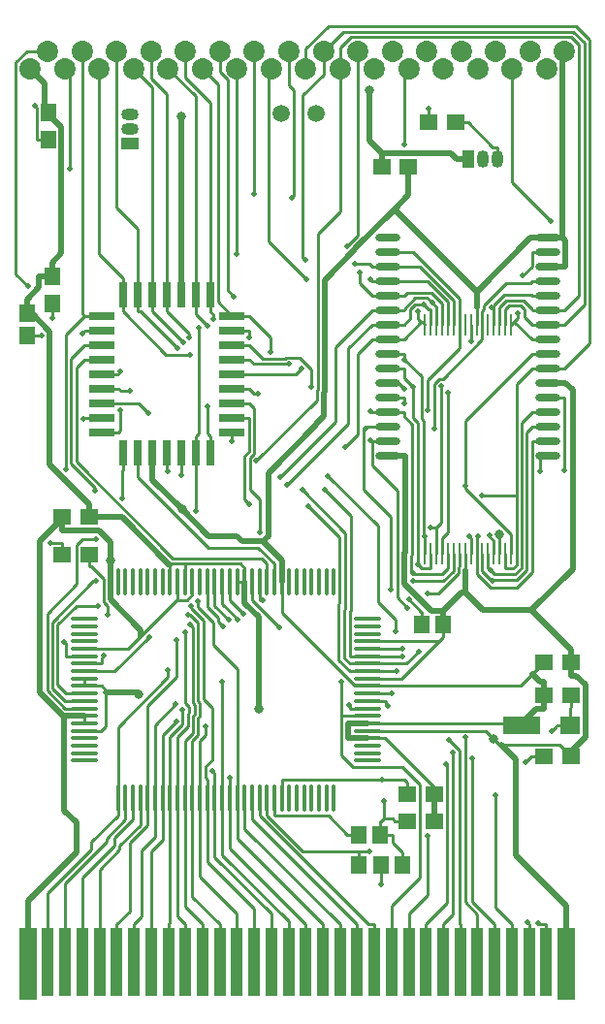
<source format=gbr>
%TF.GenerationSoftware,KiCad,Pcbnew,(7.0.0)*%
%TF.CreationDate,2023-03-08T13:52:56-06:00*%
%TF.ProjectId,G0-022M6,47302d30-3232-44d3-962e-6b696361645f,rev?*%
%TF.SameCoordinates,Original*%
%TF.FileFunction,Copper,L1,Top*%
%TF.FilePolarity,Positive*%
%FSLAX46Y46*%
G04 Gerber Fmt 4.6, Leading zero omitted, Abs format (unit mm)*
G04 Created by KiCad (PCBNEW (7.0.0)) date 2023-03-08 13:52:56*
%MOMM*%
%LPD*%
G01*
G04 APERTURE LIST*
%TA.AperFunction,SMDPad,CuDef*%
%ADD10R,1.500000X6.250000*%
%TD*%
%TA.AperFunction,SMDPad,CuDef*%
%ADD11R,1.000000X6.000000*%
%TD*%
%TA.AperFunction,SMDPad,CuDef*%
%ADD12R,1.400000X1.600000*%
%TD*%
%TA.AperFunction,SMDPad,CuDef*%
%ADD13R,1.550000X1.400000*%
%TD*%
%TA.AperFunction,SMDPad,CuDef*%
%ADD14R,1.600000X1.400000*%
%TD*%
%TA.AperFunction,ComponentPad*%
%ADD15C,1.500000*%
%TD*%
%TA.AperFunction,ComponentPad*%
%ADD16C,1.860000*%
%TD*%
%TA.AperFunction,SMDPad,CuDef*%
%ADD17O,0.350000X2.500000*%
%TD*%
%TA.AperFunction,SMDPad,CuDef*%
%ADD18O,2.500000X0.350000*%
%TD*%
%TA.AperFunction,SMDPad,CuDef*%
%ADD19R,1.400000X1.550000*%
%TD*%
%TA.AperFunction,ComponentPad*%
%ADD20R,1.500000X1.050000*%
%TD*%
%TA.AperFunction,ComponentPad*%
%ADD21O,1.500000X1.050000*%
%TD*%
%TA.AperFunction,SMDPad,CuDef*%
%ADD22R,3.200000X1.550000*%
%TD*%
%TA.AperFunction,SMDPad,CuDef*%
%ADD23R,1.700000X1.550000*%
%TD*%
%TA.AperFunction,SMDPad,CuDef*%
%ADD24R,0.650000X2.300000*%
%TD*%
%TA.AperFunction,SMDPad,CuDef*%
%ADD25R,2.300000X0.650000*%
%TD*%
%TA.AperFunction,SMDPad,CuDef*%
%ADD26O,0.250000X2.000000*%
%TD*%
%TA.AperFunction,SMDPad,CuDef*%
%ADD27O,2.150000X0.650000*%
%TD*%
%TA.AperFunction,ComponentPad*%
%ADD28R,1.050000X1.500000*%
%TD*%
%TA.AperFunction,ComponentPad*%
%ADD29O,1.050000X1.500000*%
%TD*%
%TA.AperFunction,ViaPad*%
%ADD30C,0.500000*%
%TD*%
%TA.AperFunction,ViaPad*%
%ADD31C,0.800000*%
%TD*%
%TA.AperFunction,Conductor*%
%ADD32C,0.250000*%
%TD*%
%TA.AperFunction,Conductor*%
%ADD33C,0.500000*%
%TD*%
%TA.AperFunction,Conductor*%
%ADD34C,0.249800*%
%TD*%
G04 APERTURE END LIST*
D10*
%TO.P,J6,1,+5V*%
%TO.N,/VCC*%
X128397983Y-137752999D03*
D11*
%TO.P,J6,2,Clock*%
%TO.N,/Clk*%
X130148241Y-137627999D03*
%TO.P,J6,3,Write*%
%TO.N,/Sys.Write*%
X131648499Y-137627999D03*
%TO.P,J6,4,Read*%
%TO.N,/Sys.Read*%
X133148757Y-137627999D03*
%TO.P,J6,5,CS*%
%TO.N,/Sys.CS*%
X134649015Y-137627999D03*
%TO.P,J6,6,A0*%
%TO.N,/A0*%
X136149273Y-137627999D03*
%TO.P,J6,7,A1*%
%TO.N,/A1*%
X137649531Y-137627999D03*
%TO.P,J6,8,A2*%
%TO.N,/A2*%
X139149789Y-137627999D03*
%TO.P,J6,9,A3*%
%TO.N,/A3*%
X140650047Y-137627999D03*
%TO.P,J6,10,A4*%
%TO.N,/A4*%
X142150305Y-137627999D03*
%TO.P,J6,11,A5*%
%TO.N,/A5*%
X143650563Y-137627999D03*
%TO.P,J6,12,A6*%
%TO.N,/A6*%
X145150821Y-137627999D03*
%TO.P,J6,13,A7*%
%TO.N,/A7*%
X146651079Y-137627999D03*
%TO.P,J6,14,A8*%
%TO.N,/A8*%
X148151337Y-137627999D03*
%TO.P,J6,15,A9*%
%TO.N,/A9*%
X149651595Y-137627999D03*
%TO.P,J6,16,A10*%
%TO.N,/A10*%
X151151853Y-137627999D03*
%TO.P,J6,17,A11*%
%TO.N,/A11*%
X152652111Y-137627999D03*
%TO.P,J6,18,A12*%
%TO.N,/A12*%
X154152369Y-137627999D03*
%TO.P,J6,19,A13*%
%TO.N,/Sys.A13*%
X155652627Y-137627999D03*
%TO.P,J6,20,A14*%
%TO.N,/Sys.A14*%
X157152885Y-137627999D03*
%TO.P,J6,21,A15*%
%TO.N,/Sys.A15*%
X158653143Y-137627999D03*
%TO.P,J6,22,Data_0*%
%TO.N,/D0*%
X160153401Y-137627999D03*
%TO.P,J6,23,Data_1*%
%TO.N,/D1*%
X161653659Y-137627999D03*
%TO.P,J6,24,Data_2*%
%TO.N,/D2*%
X163153917Y-137627999D03*
%TO.P,J6,25,Data_3*%
%TO.N,/D3*%
X164654175Y-137627999D03*
%TO.P,J6,26,Data_4*%
%TO.N,/D4*%
X166154433Y-137627999D03*
%TO.P,J6,27,Data_5*%
%TO.N,/D5*%
X167654691Y-137627999D03*
%TO.P,J6,28,Data_6*%
%TO.N,/D6*%
X169154949Y-137627999D03*
%TO.P,J6,29,Data_7*%
%TO.N,/D7*%
X170655207Y-137627999D03*
%TO.P,J6,30,Reset*%
%TO.N,/Reset*%
X172155465Y-137627999D03*
%TO.P,J6,31,Audio*%
%TO.N,/Audio*%
X173655723Y-137627999D03*
D10*
%TO.P,J6,32,GND*%
%TO.N,/GND*%
X175405983Y-137752999D03*
%TD*%
D12*
%TO.P,J1,1,A*%
%TO.N,/Const.High.21*%
X157289999Y-129154999D03*
%TO.P,J1,2,C*%
%TO.N,/Reset*%
X159209999Y-129154999D03*
%TO.P,J1,3,B*%
%TO.N,/Button*%
X161109999Y-129154999D03*
%TD*%
%TO.P,C5,1*%
%TO.N,/Q2.Out*%
X130162999Y-65774999D03*
%TO.P,C5,2*%
%TO.N,/GND*%
X130162999Y-63424999D03*
%TD*%
D13*
%TO.P,R1,1*%
%TO.N,/Button*%
X161549999Y-125304999D03*
%TO.P,R1,2*%
%TO.N,/VCC*%
X163899999Y-125304999D03*
%TD*%
D14*
%TO.P,C4,1*%
%TO.N,/Const.High.21*%
X173469999Y-119626999D03*
%TO.P,C4,2*%
%TO.N,/GND*%
X175819999Y-119626999D03*
%TD*%
D15*
%TO.P,C6,1*%
%TO.N,/Q1.Out*%
X150530000Y-63510000D03*
%TO.P,C6,2*%
%TO.N,/Q2.In*%
X153530000Y-63510000D03*
%TD*%
D14*
%TO.P,C2,1*%
%TO.N,/VCC*%
X131372999Y-98752999D03*
%TO.P,C2,2*%
%TO.N,/GND*%
X133722999Y-98752999D03*
%TD*%
D16*
%TO.P,J5,1,+5V*%
%TO.N,/VCC*%
X175258400Y-58071300D03*
%TO.P,J5,2,Clock*%
%TO.N,/Clk*%
X173711900Y-59578300D03*
%TO.P,J5,3,Write*%
%TO.N,/Game.Write*%
X172249862Y-58071300D03*
%TO.P,J5,4,Read*%
%TO.N,/Game.Read*%
X170706224Y-59578300D03*
%TO.P,J5,5,CS*%
%TO.N,/Game.CS*%
X169241329Y-58071300D03*
%TO.P,J5,6,A0*%
%TO.N,/A0*%
X167700558Y-59578300D03*
%TO.P,J5,7,A1*%
%TO.N,/A1*%
X166232796Y-58071300D03*
%TO.P,J5,8,A2*%
%TO.N,/A2*%
X164694892Y-59578300D03*
%TO.P,J5,9,A3*%
%TO.N,/A3*%
X163224263Y-58071300D03*
%TO.P,J5,10,A4*%
%TO.N,/A4*%
X161689226Y-59578300D03*
%TO.P,J5,11,A5*%
%TO.N,/A5*%
X160215730Y-58071300D03*
%TO.P,J5,12,A6*%
%TO.N,/A6*%
X158683560Y-59578300D03*
%TO.P,J5,13,A7*%
%TO.N,/A7*%
X157207197Y-58071300D03*
%TO.P,J5,14,A8*%
%TO.N,/A8*%
X155677894Y-59578300D03*
%TO.P,J5,15,A9*%
%TO.N,/A9*%
X154198664Y-58071300D03*
%TO.P,J5,16,A10*%
%TO.N,/A10*%
X152672228Y-59578300D03*
%TO.P,J5,17,A11*%
%TO.N,/A11*%
X151190131Y-58071300D03*
%TO.P,J5,18,A12*%
%TO.N,/A12*%
X149666562Y-59578300D03*
%TO.P,J5,19,A13*%
%TO.N,/Game.A13*%
X148181598Y-58071300D03*
%TO.P,J5,20,A14*%
%TO.N,/Game.A14*%
X146660896Y-59578300D03*
%TO.P,J5,21,A15*%
%TO.N,/Game.A15*%
X145173065Y-58071300D03*
%TO.P,J5,22,Data_0*%
%TO.N,/D0*%
X143655230Y-59578300D03*
%TO.P,J5,23,Data_1*%
%TO.N,/D1*%
X142164532Y-58071300D03*
%TO.P,J5,24,Data_2*%
%TO.N,/D2*%
X140649564Y-59578300D03*
%TO.P,J5,25,Data_3*%
%TO.N,/D3*%
X139155999Y-58071300D03*
%TO.P,J5,26,Data_4*%
%TO.N,/D4*%
X137643898Y-59578300D03*
%TO.P,J5,27,Data_5*%
%TO.N,/D5*%
X136147466Y-58071300D03*
%TO.P,J5,28,Data_6*%
%TO.N,/D6*%
X134638232Y-59578300D03*
%TO.P,J5,29,Data_7*%
%TO.N,/D7*%
X133138933Y-58071300D03*
%TO.P,J5,30,Reset*%
%TO.N,/Reset*%
X131632566Y-59578300D03*
%TO.P,J5,31,Audio*%
%TO.N,/Audio*%
X130130400Y-58071300D03*
%TO.P,J5,32,GND*%
%TO.N,/GND*%
X128626900Y-59578300D03*
%TD*%
D13*
%TO.P,R3,1*%
%TO.N,/Q1.Trigger*%
X131397999Y-102044999D03*
%TO.P,R3,2*%
%TO.N,/Transistors*%
X133747999Y-102044999D03*
%TD*%
D17*
%TO.P,U1,1,I/O*%
%TO.N,/Clk*%
X136262999Y-123248999D03*
%TO.P,U1,2,I/O*%
%TO.N,/Sys.Write*%
X136912999Y-123248999D03*
%TO.P,U1,3,I/O*%
%TO.N,/Sys.Read*%
X137562999Y-123248999D03*
%TO.P,U1,4,I/O*%
%TO.N,/Sys.CS*%
X138212999Y-123248999D03*
%TO.P,U1,5,I/O*%
%TO.N,/A0*%
X138862999Y-123248999D03*
%TO.P,U1,6,I/O*%
%TO.N,/A1*%
X139512999Y-123248999D03*
%TO.P,U1,7,I/O*%
%TO.N,/A2*%
X140162999Y-123248999D03*
%TO.P,U1,8,I/O*%
%TO.N,/A3*%
X140812999Y-123248999D03*
%TO.P,U1,9,I/O*%
%TO.N,/A4*%
X141462999Y-123248999D03*
%TO.P,U1,10,I/O*%
%TO.N,/A5*%
X142112999Y-123248999D03*
%TO.P,U1,11,I/O*%
%TO.N,/A6*%
X142762999Y-123248999D03*
%TO.P,U1,12,I/O*%
%TO.N,/A7*%
X143412999Y-123248999D03*
%TO.P,U1,13,I/O*%
%TO.N,/A8*%
X144062999Y-123248999D03*
%TO.P,U1,14,I/O*%
%TO.N,/A9*%
X144712999Y-123248999D03*
%TO.P,U1,15,I/O*%
%TO.N,/A10*%
X145362999Y-123248999D03*
%TO.P,U1,16,I/O*%
%TO.N,/A11*%
X146012999Y-123248999D03*
%TO.P,U1,17,I/O*%
%TO.N,/A12*%
X146662999Y-123248999D03*
%TO.P,U1,18,I/O*%
%TO.N,/Sys.A13*%
X147312999Y-123248999D03*
%TO.P,U1,19,I/O*%
%TO.N,/Sys.A14*%
X147962999Y-123248999D03*
%TO.P,U1,20,I/O*%
%TO.N,/Sys.A15*%
X148612999Y-123248999D03*
%TO.P,U1,21,I/O*%
%TO.N,/Const.High.21*%
X149262999Y-123248999D03*
%TO.P,U1,22,I/O*%
%TO.N,/J2.22*%
X149912999Y-123248999D03*
%TO.P,U1,23,I/O*%
%TO.N,/Const.High.23*%
X150562999Y-123248999D03*
%TO.P,U1,24,I/O*%
%TO.N,unconnected-(U1-I{slash}O-Pad24)*%
X151212999Y-123248999D03*
%TO.P,U1,25,I/O*%
%TO.N,unconnected-(U1-I{slash}O-Pad25)*%
X151862999Y-123248999D03*
%TO.P,U1,26,I/O*%
%TO.N,unconnected-(U1-I{slash}O-Pad26)*%
X152512999Y-123248999D03*
%TO.P,U1,27,I/O*%
%TO.N,unconnected-(U1-I{slash}O-Pad27)*%
X153162999Y-123248999D03*
%TO.P,U1,28,I/O*%
%TO.N,unconnected-(U1-I{slash}O-Pad28)*%
X153812999Y-123248999D03*
%TO.P,U1,29,I/O*%
%TO.N,unconnected-(U1-I{slash}O-Pad29)*%
X154462999Y-123248999D03*
%TO.P,U1,30,I/O*%
%TO.N,unconnected-(U1-I{slash}O-Pad30)*%
X155112999Y-123248999D03*
D18*
%TO.P,U1,31,I/O*%
%TO.N,unconnected-(U1-I{slash}O-Pad31)*%
X158087999Y-119998999D03*
%TO.P,U1,32,I/O*%
%TO.N,unconnected-(U1-I{slash}O-Pad32)*%
X158087999Y-119348999D03*
%TO.P,U1,33,I/O*%
%TO.N,unconnected-(U1-I{slash}O-Pad33)*%
X158087999Y-118698999D03*
%TO.P,U1,34,VCC*%
%TO.N,/VCC*%
X158087999Y-118048999D03*
%TO.P,U1,35,GND*%
%TO.N,/GND*%
X158087999Y-117398999D03*
%TO.P,U1,36,VCC*%
%TO.N,/VCC*%
X158087999Y-116748999D03*
%TO.P,U1,37,I/O*%
%TO.N,/D0*%
X158087999Y-116098999D03*
%TO.P,U1,38,I/O*%
%TO.N,/D1*%
X158087999Y-115448999D03*
%TO.P,U1,39,I/O*%
%TO.N,/D2*%
X158087999Y-114798999D03*
%TO.P,U1,40,I/O*%
%TO.N,/D3*%
X158087999Y-114148999D03*
%TO.P,U1,41,VCC*%
%TO.N,/VCC*%
X158087999Y-113498999D03*
%TO.P,U1,42,GND*%
%TO.N,/GND*%
X158087999Y-112848999D03*
%TO.P,U1,43,I/O*%
%TO.N,/D4*%
X158087999Y-112198999D03*
%TO.P,U1,44,I/O*%
%TO.N,/D5*%
X158087999Y-111548999D03*
%TO.P,U1,45,I/O*%
%TO.N,/D6*%
X158087999Y-110898999D03*
%TO.P,U1,46,I/O*%
%TO.N,/D7*%
X158087999Y-110248999D03*
%TO.P,U1,47,GND*%
%TO.N,/GND*%
X158087999Y-109598999D03*
%TO.P,U1,48,I/O*%
%TO.N,unconnected-(U1-I{slash}O-Pad48)*%
X158087999Y-108948999D03*
%TO.P,U1,49,I/O*%
%TO.N,unconnected-(U1-I{slash}O-Pad49)*%
X158087999Y-108298999D03*
%TO.P,U1,50,I/O*%
%TO.N,unconnected-(U1-I{slash}O-Pad50)*%
X158087999Y-107648999D03*
D17*
%TO.P,U1,51,I/O*%
%TO.N,unconnected-(U1-I{slash}O-Pad51)*%
X155112999Y-104398999D03*
%TO.P,U1,52,I/O*%
%TO.N,unconnected-(U1-I{slash}O-Pad52)*%
X154462999Y-104398999D03*
%TO.P,U1,53,I/O*%
%TO.N,unconnected-(U1-I{slash}O-Pad53)*%
X153812999Y-104398999D03*
%TO.P,U1,54,I/O*%
%TO.N,unconnected-(U1-I{slash}O-Pad54)*%
X153162999Y-104398999D03*
%TO.P,U1,55,I/O*%
%TO.N,unconnected-(U1-I{slash}O-Pad55)*%
X152512999Y-104398999D03*
%TO.P,U1,56,I/O*%
%TO.N,unconnected-(U1-I{slash}O-Pad56)*%
X151862999Y-104398999D03*
%TO.P,U1,57,I/O*%
%TO.N,unconnected-(U1-I{slash}O-Pad57)*%
X151212999Y-104398999D03*
%TO.P,U1,58,VCC*%
%TO.N,/VCC*%
X150562999Y-104398999D03*
%TO.P,U1,59,I/O*%
%TO.N,/W29.WE*%
X149912999Y-104398999D03*
%TO.P,U1,60,I/O*%
%TO.N,/W29.OE*%
X149262999Y-104398999D03*
%TO.P,U1,61,I/O*%
%TO.N,/TSOP.DIP.WE*%
X148612999Y-104398999D03*
%TO.P,U1,62,I/O*%
%TO.N,/TSOP.DIP.OE*%
X147962999Y-104398999D03*
%TO.P,U1,63,GND*%
%TO.N,/GND*%
X147312999Y-104398999D03*
%TO.P,U1,64,GND*%
X146662999Y-104398999D03*
%TO.P,U1,65,I/O*%
%TO.N,/Game.Write*%
X146012999Y-104398999D03*
%TO.P,U1,66,I/O*%
%TO.N,/Game.Read*%
X145362999Y-104398999D03*
%TO.P,U1,67,I/O*%
%TO.N,/Game.CS*%
X144712999Y-104398999D03*
%TO.P,U1,68,I/O*%
%TO.N,/Transistors*%
X144062999Y-104398999D03*
%TO.P,U1,69,I/O*%
%TO.N,unconnected-(U1-I{slash}O-Pad69)*%
X143412999Y-104398999D03*
%TO.P,U1,70,VCC*%
%TO.N,/VCC*%
X142762999Y-104398999D03*
%TO.P,U1,71,GND*%
%TO.N,/GND*%
X142112999Y-104398999D03*
%TO.P,U1,72,VCC*%
%TO.N,/VCC*%
X141462999Y-104398999D03*
%TO.P,U1,73,GND*%
%TO.N,/GND*%
X140812999Y-104398999D03*
%TO.P,U1,74,I/O*%
%TO.N,unconnected-(U1-I{slash}O-Pad74)*%
X140162999Y-104398999D03*
%TO.P,U1,75,I/O*%
%TO.N,unconnected-(U1-I{slash}O-Pad75)*%
X139512999Y-104398999D03*
%TO.P,U1,76,I/O*%
%TO.N,unconnected-(U1-I{slash}O-Pad76)*%
X138862999Y-104398999D03*
%TO.P,U1,77,I/O*%
%TO.N,unconnected-(U1-I{slash}O-Pad77)*%
X138212999Y-104398999D03*
%TO.P,U1,78,I/O*%
%TO.N,unconnected-(U1-I{slash}O-Pad78)*%
X137562999Y-104398999D03*
%TO.P,U1,79,I/O*%
%TO.N,unconnected-(U1-I{slash}O-Pad79)*%
X136912999Y-104398999D03*
%TO.P,U1,80,I/O*%
%TO.N,unconnected-(U1-I{slash}O-Pad80)*%
X136262999Y-104398999D03*
D18*
%TO.P,U1,81,I/O*%
%TO.N,unconnected-(U1-I{slash}O-Pad81)*%
X133287999Y-107648999D03*
%TO.P,U1,82,I/O*%
%TO.N,unconnected-(U1-I{slash}O-Pad82)*%
X133287999Y-108298999D03*
%TO.P,U1,83,I/O*%
%TO.N,unconnected-(U1-I{slash}O-Pad83)*%
X133287999Y-108948999D03*
%TO.P,U1,84,I/O*%
%TO.N,unconnected-(U1-I{slash}O-Pad84)*%
X133287999Y-109598999D03*
%TO.P,U1,85,VCC*%
%TO.N,/VCC*%
X133287999Y-110248999D03*
%TO.P,U1,86,I/O*%
%TO.N,/Game.A13*%
X133287999Y-110898999D03*
%TO.P,U1,87,I/O*%
%TO.N,/Game.A14*%
X133287999Y-111548999D03*
%TO.P,U1,88,I/O*%
%TO.N,/Game.A15*%
X133287999Y-112198999D03*
%TO.P,U1,89,GND*%
%TO.N,/GND*%
X133287999Y-112848999D03*
%TO.P,U1,90,GND*%
X133287999Y-113498999D03*
%TO.P,U1,91,I/O*%
%TO.N,/A16*%
X133287999Y-114148999D03*
%TO.P,U1,92,I/O*%
%TO.N,/A17*%
X133287999Y-114798999D03*
%TO.P,U1,93,I/O*%
%TO.N,/Unused.A18*%
X133287999Y-115448999D03*
%TO.P,U1,94,VCC*%
%TO.N,/VCC*%
X133287999Y-116098999D03*
%TO.P,U1,95,VCC*%
X133287999Y-116748999D03*
%TO.P,U1,96,GND*%
%TO.N,/GND*%
X133287999Y-117398999D03*
%TO.P,U1,97,I/O*%
%TO.N,unconnected-(U1-I{slash}O-Pad97)*%
X133287999Y-118048999D03*
%TO.P,U1,98,I/O*%
%TO.N,unconnected-(U1-I{slash}O-Pad98)*%
X133287999Y-118698999D03*
%TO.P,U1,99,I/O*%
%TO.N,unconnected-(U1-I{slash}O-Pad99)*%
X133287999Y-119348999D03*
%TO.P,U1,100,I/O*%
%TO.N,unconnected-(U1-I{slash}O-Pad100)*%
X133287999Y-119998999D03*
%TD*%
D19*
%TO.P,R4,1*%
%TO.N,/Q1.Trigger*%
X130522999Y-80100999D03*
%TO.P,R4,2*%
%TO.N,/GND*%
X130522999Y-77750999D03*
%TD*%
D12*
%TO.P,J3,1,A*%
%TO.N,/Const.High.23*%
X162785999Y-108162999D03*
%TO.P,J3,2,B*%
%TO.N,/GND*%
X164685999Y-108162999D03*
%TD*%
D20*
%TO.P,Q2,1,E*%
%TO.N,/Q2.In*%
X137266999Y-66167999D03*
D21*
%TO.P,Q2,2,B*%
%TO.N,/Q2.Trigger*%
X137266999Y-64897999D03*
%TO.P,Q2,3,C*%
%TO.N,/Q2.Out*%
X137266999Y-63627999D03*
%TD*%
D13*
%TO.P,R5,1*%
%TO.N,/VCC*%
X173494999Y-114305999D03*
%TO.P,R5,2*%
%TO.N,/Const.High.21*%
X175844999Y-114305999D03*
%TD*%
D22*
%TO.P,D1,1,K*%
%TO.N,/VCC*%
X171519999Y-116968999D03*
D23*
%TO.P,D1,2,A*%
%TO.N,/Const.High.21*%
X175769999Y-116968999D03*
%TD*%
D12*
%TO.P,J4,1,A*%
%TO.N,/W29.CE*%
X128313999Y-82877999D03*
%TO.P,J4,2,B*%
%TO.N,/GND*%
X128313999Y-80977999D03*
%TD*%
D14*
%TO.P,C1,1*%
%TO.N,/VCC*%
X173469999Y-111446999D03*
%TO.P,C1,2*%
%TO.N,/GND*%
X175819999Y-111446999D03*
%TD*%
%TO.P,C3,1*%
%TO.N,/GND*%
X159296999Y-68152999D03*
%TO.P,C3,2*%
%TO.N,/VCC*%
X161646999Y-68152999D03*
%TD*%
D13*
%TO.P,R6,1*%
%TO.N,/Q2.Trigger*%
X163378999Y-64261999D03*
%TO.P,R6,2*%
%TO.N,/Q1.Out*%
X165728999Y-64261999D03*
%TD*%
D24*
%TO.P,U2,1,N/C*%
%TO.N,/Unused.A18*%
X140520999Y-93143999D03*
%TO.P,U2,2,A16*%
%TO.N,/A16*%
X141792999Y-93145999D03*
%TO.P,U2,3,A15*%
%TO.N,/Game.A15*%
X143061999Y-93144999D03*
%TO.P,U2,4,A12*%
%TO.N,/A12*%
X144331999Y-93144999D03*
D25*
%TO.P,U2,5,A7*%
%TO.N,/A7*%
X146221999Y-91323999D03*
%TO.P,U2,6,A6*%
%TO.N,/A6*%
X146221999Y-90054999D03*
%TO.P,U2,7,A5*%
%TO.N,/A5*%
X146219999Y-88783999D03*
%TO.P,U2,8,A4*%
%TO.N,/A4*%
X146220999Y-87513999D03*
%TO.P,U2,9,A3*%
%TO.N,/A3*%
X146221999Y-86247999D03*
%TO.P,U2,10,A2*%
%TO.N,/A2*%
X146222999Y-84974999D03*
%TO.P,U2,11,A1*%
%TO.N,/A1*%
X146220999Y-83703999D03*
%TO.P,U2,12,A0*%
%TO.N,/A0*%
X146222999Y-82436999D03*
%TO.P,U2,13,DQ0*%
%TO.N,/D0*%
X146219999Y-81166999D03*
D24*
%TO.P,U2,14,DQ1*%
%TO.N,/D1*%
X144328999Y-79342999D03*
%TO.P,U2,15,DQ2*%
%TO.N,/D2*%
X143059999Y-79345999D03*
%TO.P,U2,16,GND*%
%TO.N,/GND*%
X141790999Y-79341999D03*
%TO.P,U2,17,DQ3*%
%TO.N,/D3*%
X140521999Y-79342999D03*
%TO.P,U2,18,DQ4*%
%TO.N,/D4*%
X139253999Y-79342999D03*
%TO.P,U2,19,DQ5*%
%TO.N,/D5*%
X137980999Y-79341999D03*
%TO.P,U2,20,DQ6*%
%TO.N,/D6*%
X136709999Y-79342999D03*
D25*
%TO.P,U2,21,DQ7*%
%TO.N,/D7*%
X134819999Y-81160999D03*
%TO.P,U2,22,CE#*%
%TO.N,/W29.CE*%
X134819999Y-82436999D03*
%TO.P,U2,23,A10*%
%TO.N,/A10*%
X134819999Y-83701999D03*
%TO.P,U2,24,OE#*%
%TO.N,/W29.OE*%
X134823999Y-84977999D03*
%TO.P,U2,25,A11*%
%TO.N,/A11*%
X134818999Y-86241999D03*
%TO.P,U2,26,A9*%
%TO.N,/A9*%
X134825999Y-87514999D03*
%TO.P,U2,27,A8*%
%TO.N,/A8*%
X134824999Y-88782999D03*
%TO.P,U2,28,A13*%
%TO.N,/Game.A13*%
X134824999Y-90054999D03*
%TO.P,U2,29,A14*%
%TO.N,/Game.A14*%
X134823999Y-91325999D03*
D24*
%TO.P,U2,30,A17*%
%TO.N,/A17*%
X136711999Y-93141999D03*
%TO.P,U2,31,WE#*%
%TO.N,/W29.WE*%
X137979999Y-93141999D03*
%TO.P,U2,32,VCC*%
%TO.N,/VCC*%
X139251999Y-93146999D03*
%TD*%
D12*
%TO.P,J2,1,A*%
%TO.N,/J2.22*%
X157289999Y-126457999D03*
%TO.P,J2,2,B*%
%TO.N,/Button*%
X159189999Y-126457999D03*
%TD*%
D26*
%TO.P,U4,1,A11*%
%TO.N,/A11*%
X170578999Y-81929999D03*
%TO.P,U4,2,A9*%
%TO.N,/A9*%
X170078999Y-81929999D03*
%TO.P,U4,3,A8*%
%TO.N,/A8*%
X169578999Y-81929999D03*
%TO.P,U4,4,A13*%
%TO.N,/Game.A13*%
X169078999Y-81929999D03*
%TO.P,U4,5,N/C*%
%TO.N,unconnected-(U4-N{slash}C-Pad5)*%
X168578999Y-81929999D03*
%TO.P,U4,6,WE*%
%TO.N,/TSOP.DIP.WE*%
X168078999Y-81929999D03*
%TO.P,U4,7,VCC*%
%TO.N,/VCC*%
X167578999Y-81929999D03*
%TO.P,U4,8,A15*%
%TO.N,/Game.A15*%
X167078999Y-81929999D03*
%TO.P,U4,9,N/C*%
%TO.N,unconnected-(U4-N{slash}C-Pad9)*%
X166578999Y-81929999D03*
%TO.P,U4,10,A16*%
%TO.N,/A16*%
X166078999Y-81929999D03*
%TO.P,U4,11,A14*%
%TO.N,/Game.A14*%
X165578999Y-81929999D03*
%TO.P,U4,12,A12*%
%TO.N,/A12*%
X165078999Y-81929999D03*
%TO.P,U4,13,A7*%
%TO.N,/A7*%
X164578999Y-81929999D03*
%TO.P,U4,14,A6*%
%TO.N,/A6*%
X164078999Y-81929999D03*
%TO.P,U4,15,A5*%
%TO.N,/A5*%
X163578999Y-81929999D03*
%TO.P,U4,16,A4*%
%TO.N,/A4*%
X163078999Y-81929999D03*
%TO.P,U4,17,A3*%
%TO.N,/A3*%
X163078999Y-101929999D03*
%TO.P,U4,18,A2*%
%TO.N,/A2*%
X163578999Y-101929999D03*
%TO.P,U4,19,A1*%
%TO.N,/A1*%
X164078999Y-101929999D03*
%TO.P,U4,20,A0*%
%TO.N,/A0*%
X164578999Y-101929999D03*
%TO.P,U4,21,D0*%
%TO.N,/D0*%
X165078999Y-101929999D03*
%TO.P,U4,22,D1*%
%TO.N,/D1*%
X165578999Y-101929999D03*
%TO.P,U4,23,D2*%
%TO.N,/D2*%
X166078999Y-101929999D03*
%TO.P,U4,24,GND*%
%TO.N,/GND*%
X166578999Y-101929999D03*
%TO.P,U4,25,D3*%
%TO.N,/D3*%
X167078999Y-101929999D03*
%TO.P,U4,26,D4*%
%TO.N,/D4*%
X167578999Y-101929999D03*
%TO.P,U4,27,D5*%
%TO.N,/D5*%
X168078999Y-101929999D03*
%TO.P,U4,28,D6*%
%TO.N,/D6*%
X168578999Y-101929999D03*
%TO.P,U4,29,D7*%
%TO.N,/D7*%
X169078999Y-101929999D03*
%TO.P,U4,30,CE*%
%TO.N,/GND*%
X169578999Y-101929999D03*
%TO.P,U4,31,A10*%
%TO.N,/A10*%
X170078999Y-101929999D03*
%TO.P,U4,32,OE*%
%TO.N,/TSOP.DIP.OE*%
X170578999Y-101929999D03*
%TD*%
D13*
%TO.P,R2,1*%
%TO.N,/Const.High.23*%
X161549999Y-122961999D03*
%TO.P,R2,2*%
%TO.N,/VCC*%
X163899999Y-122961999D03*
%TD*%
D27*
%TO.P,U3,1,N/C*%
%TO.N,unconnected-(U3-N{slash}C-Pad1)*%
X159832999Y-74344999D03*
%TO.P,U3,2,A16*%
%TO.N,/A16*%
X159832999Y-75614999D03*
%TO.P,U3,3,A14*%
%TO.N,/Game.A14*%
X159832999Y-76884999D03*
%TO.P,U3,4,A12*%
%TO.N,/A12*%
X159832999Y-78154999D03*
%TO.P,U3,5,A7*%
%TO.N,/A7*%
X159832999Y-79424999D03*
%TO.P,U3,6,A6*%
%TO.N,/A6*%
X159832999Y-80694999D03*
%TO.P,U3,7,A5*%
%TO.N,/A5*%
X159832999Y-81964999D03*
%TO.P,U3,8,A4*%
%TO.N,/A4*%
X159832999Y-83234999D03*
%TO.P,U3,9,A3*%
%TO.N,/A3*%
X159832999Y-84504999D03*
%TO.P,U3,10,A2*%
%TO.N,/A2*%
X159832999Y-85774999D03*
%TO.P,U3,11,A1*%
%TO.N,/A1*%
X159832999Y-87044999D03*
%TO.P,U3,12,A0*%
%TO.N,/A0*%
X159832999Y-88314999D03*
%TO.P,U3,13,Q0*%
%TO.N,/D0*%
X159832999Y-89584999D03*
%TO.P,U3,14,Q1*%
%TO.N,/D1*%
X159832999Y-90854999D03*
%TO.P,U3,15,Q2*%
%TO.N,/D2*%
X159832999Y-92124999D03*
%TO.P,U3,16,GND*%
%TO.N,/GND*%
X159832999Y-93394999D03*
%TO.P,U3,17,Q3*%
%TO.N,/D3*%
X173832999Y-93394999D03*
%TO.P,U3,18,Q4*%
%TO.N,/D4*%
X173832999Y-92124999D03*
%TO.P,U3,19,Q5*%
%TO.N,/D5*%
X173832999Y-90854999D03*
%TO.P,U3,20,Q6*%
%TO.N,/D6*%
X173832999Y-89584999D03*
%TO.P,U3,21,Q7*%
%TO.N,/D7*%
X173832999Y-88314999D03*
%TO.P,U3,22,~{CS1}*%
%TO.N,/GND*%
X173832999Y-87044999D03*
%TO.P,U3,23,A10*%
%TO.N,/A10*%
X173832999Y-85774999D03*
%TO.P,U3,24,~{OE}*%
%TO.N,/TSOP.DIP.OE*%
X173832999Y-84504999D03*
%TO.P,U3,25,A11*%
%TO.N,/A11*%
X173832999Y-83234999D03*
%TO.P,U3,26,A9*%
%TO.N,/A9*%
X173832999Y-81964999D03*
%TO.P,U3,27,A8*%
%TO.N,/A8*%
X173832999Y-80694999D03*
%TO.P,U3,28,A13*%
%TO.N,/Game.A13*%
X173832999Y-79424999D03*
%TO.P,U3,29,~{WE}*%
%TO.N,/TSOP.DIP.WE*%
X173832999Y-78154999D03*
%TO.P,U3,30,CS2*%
%TO.N,/VCC*%
X173832999Y-76884999D03*
%TO.P,U3,31,A15*%
%TO.N,/Game.A15*%
X173832999Y-75614999D03*
%TO.P,U3,32,VCC*%
%TO.N,/VCC*%
X173832999Y-74344999D03*
%TD*%
D28*
%TO.P,Q1,1,E*%
%TO.N,/GND*%
X166834999Y-67516999D03*
D29*
%TO.P,Q1,2,B*%
%TO.N,/Q1.Trigger*%
X168104999Y-67516999D03*
%TO.P,Q1,3,C*%
%TO.N,/Q1.Out*%
X169374999Y-67516999D03*
%TD*%
D30*
%TO.N,/Audio*%
X128401600Y-78605200D03*
X172917300Y-134216800D03*
%TO.N,/Reset*%
X159210000Y-130834600D03*
X171991400Y-134159700D03*
X132091600Y-68327900D03*
%TO.N,/Game.CS*%
X145941300Y-107734500D03*
%TO.N,/Game.Read*%
X174083600Y-72873900D03*
X146677600Y-107739300D03*
%TO.N,/Game.Write*%
X147230400Y-107191500D03*
%TO.N,/Clk*%
X140604600Y-112133700D03*
%TO.N,/Const.High.21*%
X171845000Y-120109700D03*
X174170000Y-117444000D03*
X158249300Y-127971900D03*
%TO.N,/Transistors*%
X145410200Y-108267200D03*
X135353200Y-107320400D03*
%TO.N,/Const.High.23*%
X161649100Y-105960800D03*
X159341800Y-121673900D03*
%TO.N,/Button*%
X159501400Y-123558500D03*
%TO.N,/TSOP.DIP.OE*%
X150370000Y-108381100D03*
X166600400Y-96033600D03*
%TO.N,/TSOP.DIP.WE*%
X148944200Y-106050400D03*
X163902300Y-91050500D03*
%TO.N,/Unused.A18*%
X140605700Y-94749900D03*
X134360400Y-100700600D03*
%TO.N,/A16*%
X141793000Y-95069200D03*
X163324000Y-89378900D03*
X134482000Y-106483900D03*
%TO.N,/Game.A15*%
X143062000Y-98232000D03*
X138959900Y-109226300D03*
X146394800Y-79472100D03*
X143299100Y-82186000D03*
X167079000Y-83396800D03*
X171620500Y-77677000D03*
%TO.N,/A12*%
X152749000Y-77993800D03*
X144089300Y-89108400D03*
X158288100Y-78010200D03*
X143217500Y-106099200D03*
%TO.N,/A7*%
X143887500Y-117017000D03*
X146222000Y-92111100D03*
X156278200Y-75083000D03*
X157333600Y-77427900D03*
%TO.N,/A6*%
X163694400Y-80029000D03*
X147751000Y-97639900D03*
X142424500Y-107286800D03*
X150406100Y-95266100D03*
%TO.N,/A5*%
X148648000Y-100104200D03*
X142586300Y-108143500D03*
X162991000Y-80210900D03*
X151055400Y-95944800D03*
%TO.N,/A4*%
X142119900Y-108769200D03*
X161241300Y-66235400D03*
X162436900Y-80817800D03*
X156114500Y-92591000D03*
X148495600Y-87954200D03*
%TO.N,/A3*%
X161264100Y-85002800D03*
X152254700Y-85793300D03*
X163079000Y-100436100D03*
X141914000Y-115559300D03*
%TO.N,/A2*%
X162042100Y-87399300D03*
X162431400Y-102866700D03*
X141341800Y-116614100D03*
X151215700Y-85391000D03*
%TO.N,/A1*%
X161300700Y-87572000D03*
X153174200Y-87349500D03*
X164515400Y-87335100D03*
X141325800Y-115108100D03*
X163512000Y-99678900D03*
%TO.N,/A0*%
X165096000Y-87889500D03*
X161233100Y-88839600D03*
X147738200Y-83093800D03*
X141385700Y-109471600D03*
%TO.N,/D0*%
X149598300Y-84308800D03*
X158297400Y-89486900D03*
X162014800Y-103647300D03*
X155781300Y-113151200D03*
%TO.N,/D1*%
X156421000Y-115154000D03*
X163256300Y-126581000D03*
X162038300Y-104347500D03*
X144587900Y-81420500D03*
X157860400Y-90985100D03*
X160059700Y-105041600D03*
%TO.N,/D2*%
X161528700Y-106666800D03*
X163308700Y-105398400D03*
X159819300Y-115263500D03*
X164910500Y-120354700D03*
X144107700Y-82063800D03*
X158292100Y-92009300D03*
%TO.N,/D3*%
X166956800Y-100460300D03*
X160139200Y-114141600D03*
X165488000Y-119336800D03*
X160505600Y-108686400D03*
X154575100Y-95136000D03*
X142462200Y-83023100D03*
X173105000Y-94735400D03*
%TO.N,/D4*%
X160558500Y-112199000D03*
X167677800Y-100441600D03*
X141967000Y-83518300D03*
X152919400Y-97792700D03*
X165137900Y-118172400D03*
%TO.N,/D5*%
X162495800Y-110470800D03*
X166581400Y-117978900D03*
X141471800Y-84013400D03*
X152335000Y-96381400D03*
X169007000Y-104320800D03*
%TO.N,/D6*%
X167169200Y-119779500D03*
X161083700Y-110926200D03*
X168778600Y-103380500D03*
X142523700Y-84588500D03*
X154316300Y-96381100D03*
%TO.N,/D7*%
X169234200Y-123030600D03*
X168703000Y-100308700D03*
X131712600Y-94550300D03*
X175233100Y-94638100D03*
X161069300Y-110200100D03*
%TO.N,/W29.CE*%
X133166600Y-82755000D03*
X129617000Y-82865700D03*
%TO.N,/A10*%
X145334800Y-113138900D03*
X168044500Y-96874400D03*
X134261300Y-96435800D03*
%TO.N,/A11*%
X151446800Y-70897300D03*
X171162400Y-80945100D03*
X136430100Y-86062200D03*
X145998900Y-121507900D03*
%TO.N,/A9*%
X152619900Y-76331000D03*
X137280600Y-87739700D03*
X144476100Y-120888400D03*
%TO.N,/A8*%
X138941800Y-89638400D03*
X142635100Y-106507100D03*
X148341400Y-93838000D03*
%TO.N,/Game.A13*%
X148181600Y-70492900D03*
X168915200Y-80467900D03*
X133210900Y-90144100D03*
X131556800Y-109614400D03*
%TO.N,/Game.A14*%
X146660900Y-75746300D03*
X156987600Y-76663800D03*
X136435100Y-89371100D03*
X135010000Y-110858500D03*
%TO.N,/A17*%
X134350700Y-104319000D03*
X136599900Y-97081500D03*
D31*
%TO.N,/VCC*%
X135620800Y-102544900D03*
X141858900Y-98082400D03*
D30*
%TO.N,/Q2.Out*%
X128977500Y-62858200D03*
%TO.N,/Q2.Trigger*%
X163379000Y-63087300D03*
%TO.N,/Q1.Trigger*%
X130494900Y-81382900D03*
X130354000Y-100971400D03*
D31*
%TO.N,/GND*%
X169579000Y-100273600D03*
X169063700Y-118081700D03*
X141791000Y-63753800D03*
X158176100Y-61462100D03*
X138084300Y-114216500D03*
X148566200Y-115512100D03*
%TD*%
D32*
%TO.N,/Audio*%
X127345100Y-77548700D02*
X128401600Y-78605200D01*
X127345100Y-59023600D02*
X127345100Y-77548700D01*
X128297400Y-58071300D02*
X127345100Y-59023600D01*
X130130400Y-58071300D02*
X128297400Y-58071300D01*
X173655700Y-137628000D02*
X173655700Y-134302900D01*
X173003400Y-134302900D02*
X173655700Y-134302900D01*
X172917300Y-134216800D02*
X173003400Y-134302900D01*
%TO.N,/Reset*%
X159210000Y-129155000D02*
X159210000Y-130280100D01*
X159210000Y-130280100D02*
X159210000Y-130834600D01*
X172155500Y-137628000D02*
X172155500Y-134302900D01*
X132091600Y-60037300D02*
X132091600Y-68327900D01*
X131632600Y-59578300D02*
X132091600Y-60037300D01*
X172134600Y-134302900D02*
X171991400Y-134159700D01*
X172155500Y-134302900D02*
X172134600Y-134302900D01*
%TO.N,/Game.CS*%
X144713000Y-106506200D02*
X145941300Y-107734500D01*
X144713000Y-104399000D02*
X144713000Y-106506200D01*
%TO.N,/Game.Read*%
X145363000Y-106326400D02*
X145363000Y-104399000D01*
X146677600Y-107641000D02*
X145363000Y-106326400D01*
X146677600Y-107739300D02*
X146677600Y-107641000D01*
X170706200Y-69496500D02*
X174083600Y-72873900D01*
X170706200Y-59578300D02*
X170706200Y-69496500D01*
%TO.N,/Game.Write*%
X146013000Y-104399000D02*
X146013000Y-105974100D01*
X146013000Y-105974100D02*
X147230400Y-107191500D01*
%TO.N,/J2.22*%
X154631000Y-124824100D02*
X156264900Y-126458000D01*
X149913000Y-124824100D02*
X154631000Y-124824100D01*
X149913000Y-123249000D02*
X149913000Y-124824100D01*
X157290000Y-126458000D02*
X156264900Y-126458000D01*
%TO.N,/Sys.A15*%
X158091800Y-134302900D02*
X158653100Y-134302900D01*
X148613000Y-124824100D02*
X158091800Y-134302900D01*
X148613000Y-123249000D02*
X148613000Y-124824100D01*
X158653100Y-137628000D02*
X158653100Y-134302900D01*
%TO.N,/Sys.A14*%
X147963000Y-125113000D02*
X147963000Y-123249000D01*
X157152900Y-134302900D02*
X147963000Y-125113000D01*
X157152900Y-137628000D02*
X157152900Y-134302900D01*
%TO.N,/Sys.A13*%
X155652600Y-137628000D02*
X155652600Y-134302900D01*
X147313000Y-125963300D02*
X147313000Y-123249000D01*
X155652600Y-134302900D02*
X147313000Y-125963300D01*
%TO.N,/Sys.CS*%
X138213000Y-125633300D02*
X138213000Y-123249000D01*
X136394100Y-127452200D02*
X138213000Y-125633300D01*
X136394100Y-127770700D02*
X136394100Y-127452200D01*
X134649000Y-129515800D02*
X136394100Y-127770700D01*
X134649000Y-137628000D02*
X134649000Y-129515800D01*
%TO.N,/Sys.Read*%
X133148800Y-137628000D02*
X133148800Y-134302900D01*
X137563000Y-125141900D02*
X137563000Y-123249000D01*
X135944000Y-126760900D02*
X137563000Y-125141900D01*
X135944000Y-127397700D02*
X135944000Y-126760900D01*
X133148800Y-130192900D02*
X135944000Y-127397700D01*
X133148800Y-134302900D02*
X133148800Y-130192900D01*
%TO.N,/Sys.Write*%
X136913000Y-125155200D02*
X136913000Y-123249000D01*
X135268900Y-126799300D02*
X136913000Y-125155200D01*
X135268900Y-127117700D02*
X135268900Y-126799300D01*
X131648500Y-130738100D02*
X135268900Y-127117700D01*
X131648500Y-137628000D02*
X131648500Y-130738100D01*
%TO.N,/Clk*%
X130148200Y-131601900D02*
X130148200Y-137628000D01*
X133959700Y-127790400D02*
X130148200Y-131601900D01*
X133959700Y-127127400D02*
X133959700Y-127790400D01*
X136263000Y-124824100D02*
X133959700Y-127127400D01*
X136263000Y-123249000D02*
X136263000Y-124824100D01*
X136263000Y-117063300D02*
X136263000Y-123249000D01*
X140604600Y-112721700D02*
X136263000Y-117063300D01*
X140604600Y-112133700D02*
X140604600Y-112721700D01*
%TO.N,/Const.High.21*%
X175770000Y-115406100D02*
X175845000Y-115331100D01*
X175770000Y-115925000D02*
X175770000Y-115406100D01*
X175845000Y-114306000D02*
X175845000Y-115331100D01*
X157290000Y-129155000D02*
X157290000Y-128029900D01*
X171862200Y-120109700D02*
X172344900Y-119627000D01*
X171845000Y-120109700D02*
X171862200Y-120109700D01*
X173470000Y-119627000D02*
X172344900Y-119627000D01*
X175770000Y-116969000D02*
X175770000Y-115925000D01*
X174594900Y-117019100D02*
X174594900Y-116969000D01*
X174170000Y-117444000D02*
X174594900Y-117019100D01*
X175770000Y-116969000D02*
X174594900Y-116969000D01*
X157290000Y-128029900D02*
X157290000Y-127971900D01*
X149263000Y-124837400D02*
X149263000Y-123249000D01*
X152397500Y-127971900D02*
X149263000Y-124837400D01*
X157290000Y-127971900D02*
X152397500Y-127971900D01*
X157290000Y-127971900D02*
X158249300Y-127971900D01*
%TO.N,/Transistors*%
X133748000Y-102045000D02*
X133748000Y-103070100D01*
X145029700Y-107886700D02*
X145410200Y-108267200D01*
X145029700Y-107531900D02*
X145029700Y-107886700D01*
X144063000Y-106565200D02*
X145029700Y-107531900D01*
X144063000Y-104399000D02*
X144063000Y-106565200D01*
X133928700Y-103070100D02*
X133748000Y-103070100D01*
X135045600Y-104187000D02*
X133928700Y-103070100D01*
X135045600Y-106199500D02*
X135045600Y-104187000D01*
X135353200Y-106507100D02*
X135045600Y-106199500D01*
X135353200Y-107320400D02*
X135353200Y-106507100D01*
%TO.N,/Const.High.23*%
X150563000Y-123249000D02*
X150563000Y-121673900D01*
X161550000Y-122962000D02*
X161550000Y-121936900D01*
X162786000Y-108163000D02*
X162786000Y-107037900D01*
X162726200Y-107037900D02*
X162786000Y-107037900D01*
X161649100Y-105960800D02*
X162726200Y-107037900D01*
X150563000Y-121673900D02*
X159341800Y-121673900D01*
X161287000Y-121673900D02*
X161550000Y-121936900D01*
X159341800Y-121673900D02*
X161287000Y-121673900D01*
%TO.N,/Button*%
X161550000Y-125305000D02*
X160449900Y-125305000D01*
X160215100Y-127135000D02*
X160215100Y-126458000D01*
X161110000Y-128029900D02*
X160215100Y-127135000D01*
X161110000Y-129155000D02*
X161110000Y-128029900D01*
X159190000Y-126458000D02*
X160215100Y-126458000D01*
X159190000Y-126458000D02*
X159190000Y-125332900D01*
X159501400Y-125097900D02*
X159501400Y-123558500D01*
X159266400Y-125332900D02*
X159501400Y-125097900D01*
X159190000Y-125332900D02*
X159266400Y-125332900D01*
X160242800Y-125097900D02*
X160449900Y-125305000D01*
X159501400Y-125097900D02*
X160242800Y-125097900D01*
%TO.N,/TSOP.DIP.OE*%
X173833000Y-84505000D02*
X172432900Y-84505000D01*
X166600400Y-90337500D02*
X166600400Y-96033600D01*
X172432900Y-84505000D02*
X166600400Y-90337500D01*
X147963000Y-104399000D02*
X147963000Y-105974100D01*
X147963000Y-105974100D02*
X150370000Y-108381100D01*
X170579000Y-100222100D02*
X170579000Y-101930000D01*
X166600400Y-96243500D02*
X170579000Y-100222100D01*
X166600400Y-96033600D02*
X166600400Y-96243500D01*
%TO.N,/TSOP.DIP.WE*%
X168079000Y-81930000D02*
X168079000Y-83255100D01*
X148613000Y-104399000D02*
X148613000Y-105974100D01*
X173833000Y-78155000D02*
X172432900Y-78155000D01*
X148867900Y-105974100D02*
X148944200Y-106050400D01*
X148613000Y-105974100D02*
X148867900Y-105974100D01*
X163902300Y-87089600D02*
X163902300Y-91050500D01*
X164282600Y-86709300D02*
X163902300Y-87089600D01*
X164624800Y-86709300D02*
X164282600Y-86709300D01*
X168079000Y-83255100D02*
X164624800Y-86709300D01*
X172265400Y-78322500D02*
X172432900Y-78155000D01*
X170171800Y-78322500D02*
X172265400Y-78322500D01*
X168232200Y-80262100D02*
X170171800Y-78322500D01*
X168232200Y-80639800D02*
X168232200Y-80262100D01*
X168079000Y-80793000D02*
X168232200Y-80639800D01*
X168079000Y-81930000D02*
X168079000Y-80793000D01*
%TO.N,/Unused.A18*%
X140521000Y-93144000D02*
X140521000Y-94619100D01*
X140605700Y-94703800D02*
X140605700Y-94749900D01*
X140521000Y-94619100D02*
X140605700Y-94703800D01*
X131657500Y-115449000D02*
X133288000Y-115449000D01*
X130068000Y-113859500D02*
X131657500Y-115449000D01*
X130068000Y-107151800D02*
X130068000Y-113859500D01*
X132647800Y-104572000D02*
X130068000Y-107151800D01*
X132647800Y-101190200D02*
X132647800Y-104572000D01*
X133137400Y-100700600D02*
X132647800Y-101190200D01*
X134360400Y-100700600D02*
X133137400Y-100700600D01*
%TO.N,/A16*%
X159833000Y-75615000D02*
X161233100Y-75615000D01*
X162049900Y-75615000D02*
X161233100Y-75615000D01*
X166079000Y-79644100D02*
X162049900Y-75615000D01*
X166079000Y-81930000D02*
X166079000Y-79644100D01*
X141793000Y-95069200D02*
X141793000Y-93146000D01*
X163324000Y-86760200D02*
X163324000Y-89378900D01*
X166079000Y-84005200D02*
X163324000Y-86760200D01*
X166079000Y-81930000D02*
X166079000Y-84005200D01*
X132645800Y-106483900D02*
X134482000Y-106483900D01*
X130968400Y-108161300D02*
X132645800Y-106483900D01*
X130968400Y-113404500D02*
X130968400Y-108161300D01*
X131712900Y-114149000D02*
X130968400Y-113404500D01*
X133288000Y-114149000D02*
X131712900Y-114149000D01*
%TO.N,/Game.A15*%
X143062000Y-93145000D02*
X143062000Y-98232000D01*
X135987200Y-112199000D02*
X138959900Y-109226300D01*
X133288000Y-112199000D02*
X135987200Y-112199000D01*
X143062000Y-93145000D02*
X143062000Y-91669900D01*
X143299100Y-91432800D02*
X143299100Y-82186000D01*
X143062000Y-91669900D02*
X143299100Y-91432800D01*
X167079000Y-81930000D02*
X167079000Y-83396800D01*
X145877800Y-78955100D02*
X146394800Y-79472100D01*
X145877800Y-60570300D02*
X145877800Y-78955100D01*
X145173100Y-59865600D02*
X145877800Y-60570300D01*
X145173100Y-58071300D02*
X145173100Y-59865600D01*
X173833000Y-75615000D02*
X172432900Y-75615000D01*
X172432900Y-76864600D02*
X171620500Y-77677000D01*
X172432900Y-75615000D02*
X172432900Y-76864600D01*
%TO.N,/A12*%
X159833000Y-78155000D02*
X161233100Y-78155000D01*
X154152400Y-137628000D02*
X154152400Y-134302900D01*
X165079000Y-79955500D02*
X165079000Y-81930000D01*
X163278500Y-78155000D02*
X165079000Y-79955500D01*
X161233100Y-78155000D02*
X163278500Y-78155000D01*
X144089300Y-91427200D02*
X144332000Y-91669900D01*
X144089300Y-89108400D02*
X144089300Y-91427200D01*
X144332000Y-93145000D02*
X144332000Y-91669900D01*
X146663000Y-126813500D02*
X146663000Y-123249000D01*
X154152400Y-134302900D02*
X146663000Y-126813500D01*
X159833000Y-78155000D02*
X158432900Y-78155000D01*
X158432900Y-78155000D02*
X158288100Y-78010200D01*
X149416800Y-74661600D02*
X152749000Y-77993800D01*
X149416800Y-59828100D02*
X149416800Y-74661600D01*
X149666600Y-59578300D02*
X149416800Y-59828100D01*
X143217500Y-106605600D02*
X143217500Y-106099200D01*
X144579500Y-107967600D02*
X143217500Y-106605600D01*
X144579500Y-109894100D02*
X144579500Y-107967600D01*
X146663000Y-111977600D02*
X144579500Y-109894100D01*
X146663000Y-123249000D02*
X146663000Y-111977600D01*
%TO.N,/A7*%
X159833000Y-79425000D02*
X161233100Y-79425000D01*
X146651100Y-133370900D02*
X146651100Y-137628000D01*
X143413000Y-130132800D02*
X146651100Y-133370900D01*
X143413000Y-123249000D02*
X143413000Y-130132800D01*
X143413000Y-123249000D02*
X143413000Y-121673900D01*
X146222000Y-91324000D02*
X146222000Y-92111100D01*
X143887500Y-117781900D02*
X143887500Y-117017000D01*
X143413000Y-118256400D02*
X143887500Y-117781900D01*
X143413000Y-121673900D02*
X143413000Y-118256400D01*
X161525500Y-79132600D02*
X161233100Y-79425000D01*
X163611600Y-79132600D02*
X161525500Y-79132600D01*
X164579000Y-80100000D02*
X163611600Y-79132600D01*
X164579000Y-81930000D02*
X164579000Y-80100000D01*
X157207200Y-74154000D02*
X156278200Y-75083000D01*
X157207200Y-58071300D02*
X157207200Y-74154000D01*
X157333600Y-78325700D02*
X158432900Y-79425000D01*
X157333600Y-77427900D02*
X157333600Y-78325700D01*
X159833000Y-79425000D02*
X158432900Y-79425000D01*
%TO.N,/A6*%
X146222000Y-90055000D02*
X147697100Y-90055000D01*
X142763000Y-131915000D02*
X142763000Y-123249000D01*
X145150800Y-134302800D02*
X142763000Y-131915000D01*
X145150800Y-137628000D02*
X145150800Y-134302800D01*
X142763000Y-123249000D02*
X142763000Y-121673900D01*
X159833000Y-80695000D02*
X158432900Y-80695000D01*
X159833000Y-80695000D02*
X161233100Y-80695000D01*
X147316200Y-97205100D02*
X147751000Y-97639900D01*
X147316200Y-93413300D02*
X147316200Y-97205100D01*
X147697100Y-93032400D02*
X147316200Y-93413300D01*
X147697100Y-90055000D02*
X147697100Y-93032400D01*
X164079000Y-80413600D02*
X163694400Y-80029000D01*
X164079000Y-81930000D02*
X164079000Y-80413600D01*
X161233100Y-80571700D02*
X161233100Y-80695000D01*
X162222100Y-79582700D02*
X161233100Y-80571700D01*
X163248100Y-79582700D02*
X162222100Y-79582700D01*
X163694400Y-80029000D02*
X163248100Y-79582700D01*
X142424500Y-107286900D02*
X142424500Y-107286800D01*
X142556500Y-107286900D02*
X142424500Y-107286900D01*
X143243600Y-107974000D02*
X142556500Y-107286900D01*
X143243600Y-114802300D02*
X143243600Y-107974000D01*
X143389300Y-114948000D02*
X143243600Y-114802300D01*
X143389300Y-116170600D02*
X143389300Y-114948000D01*
X143267200Y-116292700D02*
X143389300Y-116170600D01*
X143267200Y-117765600D02*
X143267200Y-116292700D01*
X142763000Y-118269800D02*
X143267200Y-117765600D01*
X142763000Y-121673900D02*
X142763000Y-118269800D01*
X155219000Y-90453200D02*
X150406100Y-95266100D01*
X155219000Y-83908900D02*
X155219000Y-90453200D01*
X158432900Y-80695000D02*
X155219000Y-83908900D01*
%TO.N,/A5*%
X143650600Y-137628000D02*
X143650600Y-134302900D01*
X163579000Y-81930000D02*
X163579000Y-80604900D01*
X146220000Y-88784000D02*
X147695100Y-88784000D01*
X142113000Y-132765300D02*
X142113000Y-123249000D01*
X143650600Y-134302900D02*
X142113000Y-132765300D01*
X142113000Y-123249000D02*
X142113000Y-121673900D01*
X148648000Y-97222900D02*
X148648000Y-100104200D01*
X147766300Y-96341200D02*
X148648000Y-97222900D01*
X147766300Y-93599800D02*
X147766300Y-96341200D01*
X148178800Y-93187300D02*
X147766300Y-93599800D01*
X148178800Y-89267700D02*
X148178800Y-93187300D01*
X147695100Y-88784000D02*
X148178800Y-89267700D01*
X142793200Y-108350400D02*
X142586300Y-108143500D01*
X142793200Y-114988500D02*
X142793200Y-108350400D01*
X142939200Y-115134500D02*
X142793200Y-114988500D01*
X142939200Y-115984100D02*
X142939200Y-115134500D01*
X142817100Y-116106200D02*
X142939200Y-115984100D01*
X142817100Y-117579100D02*
X142817100Y-116106200D01*
X142113000Y-118283200D02*
X142817100Y-117579100D01*
X142113000Y-121673900D02*
X142113000Y-118283200D01*
X159833000Y-81965000D02*
X158432900Y-81965000D01*
X159833000Y-81965000D02*
X161233100Y-81965000D01*
X163385000Y-80604900D02*
X162991000Y-80210900D01*
X163579000Y-80604900D02*
X163385000Y-80604900D01*
X161797200Y-81400900D02*
X161233100Y-81965000D01*
X161797200Y-80644300D02*
X161797200Y-81400900D01*
X162230600Y-80210900D02*
X161797200Y-80644300D01*
X162991000Y-80210900D02*
X162230600Y-80210900D01*
X156387500Y-90612700D02*
X151055400Y-95944800D01*
X156387500Y-84010400D02*
X156387500Y-90612700D01*
X158432900Y-81965000D02*
X156387500Y-84010400D01*
%TO.N,/A4*%
X142150300Y-137628000D02*
X142150300Y-134302900D01*
X141463000Y-133615600D02*
X141463000Y-123249000D01*
X142150300Y-134302900D02*
X141463000Y-133615600D01*
X161241300Y-60026200D02*
X161241300Y-66235400D01*
X161689200Y-59578300D02*
X161241300Y-60026200D01*
X142119900Y-114951800D02*
X142119900Y-108769200D01*
X142489100Y-115321000D02*
X142119900Y-114951800D01*
X142489100Y-115797600D02*
X142489100Y-115321000D01*
X142367000Y-115919700D02*
X142489100Y-115797600D01*
X142367000Y-117038900D02*
X142367000Y-115919700D01*
X141463000Y-117942900D02*
X142367000Y-117038900D01*
X141463000Y-123249000D02*
X141463000Y-117942900D01*
X159833000Y-83235000D02*
X158432900Y-83235000D01*
X157203600Y-91501900D02*
X156114500Y-92591000D01*
X157203600Y-84464300D02*
X157203600Y-91501900D01*
X158432900Y-83235000D02*
X157203600Y-84464300D01*
X162885400Y-81736400D02*
X162717100Y-81736400D01*
X163079000Y-81930000D02*
X162885400Y-81736400D01*
X162436900Y-81456200D02*
X162436900Y-80817800D01*
X162717100Y-81736400D02*
X162436900Y-81456200D01*
X161233100Y-83220400D02*
X161233100Y-83235000D01*
X162717100Y-81736400D02*
X161233100Y-83220400D01*
X159833000Y-83235000D02*
X161233100Y-83235000D01*
X148136300Y-87954200D02*
X147696100Y-87514000D01*
X148495600Y-87954200D02*
X148136300Y-87954200D01*
X146221000Y-87514000D02*
X147696100Y-87514000D01*
%TO.N,/A3*%
X140650000Y-137628000D02*
X140650000Y-134302900D01*
X159833000Y-84505000D02*
X161233100Y-84505000D01*
X161264100Y-84536000D02*
X161264100Y-85002800D01*
X161233100Y-84505000D02*
X161264100Y-84536000D01*
X163079000Y-101930000D02*
X163079000Y-101267400D01*
X146222000Y-86248000D02*
X147697100Y-86248000D01*
X163079000Y-101267400D02*
X163079000Y-100436100D01*
X141916900Y-115562200D02*
X141914000Y-115559300D01*
X141916900Y-116852400D02*
X141916900Y-115562200D01*
X140813000Y-117956300D02*
X141916900Y-116852400D01*
X140813000Y-123249000D02*
X140813000Y-117956300D01*
X140813000Y-134139900D02*
X140813000Y-123249000D01*
X140650000Y-134302900D02*
X140813000Y-134139900D01*
X162936900Y-100294000D02*
X163079000Y-100436100D01*
X162936900Y-90375700D02*
X162936900Y-100294000D01*
X162748900Y-90187700D02*
X162936900Y-90375700D01*
X162748900Y-86487600D02*
X162748900Y-90187700D01*
X161264100Y-85002800D02*
X162748900Y-86487600D01*
X151800000Y-86248000D02*
X152254700Y-85793300D01*
X147697100Y-86248000D02*
X151800000Y-86248000D01*
%TO.N,/A2*%
X159833000Y-85775000D02*
X161233100Y-85775000D01*
X161233100Y-86590300D02*
X162042100Y-87399300D01*
X161233100Y-85775000D02*
X161233100Y-86590300D01*
X163579000Y-101930000D02*
X163579000Y-103255100D01*
X162819800Y-103255100D02*
X163579000Y-103255100D01*
X162431400Y-102866700D02*
X162819800Y-103255100D01*
X140163000Y-123249000D02*
X140163000Y-121673900D01*
X140163000Y-117792900D02*
X141341800Y-116614100D01*
X140163000Y-121673900D02*
X140163000Y-117792900D01*
X162431400Y-90506800D02*
X162431400Y-102866700D01*
X162042100Y-90117500D02*
X162431400Y-90506800D01*
X162042100Y-87399300D02*
X162042100Y-90117500D01*
X140163000Y-126944000D02*
X140163000Y-123249000D01*
X139149800Y-127957200D02*
X140163000Y-126944000D01*
X139149800Y-137628000D02*
X139149800Y-127957200D01*
X146223000Y-84975000D02*
X147698100Y-84975000D01*
X148114100Y-85391000D02*
X151215700Y-85391000D01*
X147698100Y-84975000D02*
X148114100Y-85391000D01*
%TO.N,/A1*%
X137649500Y-137628000D02*
X137649500Y-134302900D01*
X160773700Y-87045000D02*
X159833000Y-87045000D01*
X161300700Y-87572000D02*
X160773700Y-87045000D01*
X146221000Y-83704000D02*
X147696100Y-83704000D01*
X139513000Y-126639200D02*
X139513000Y-123249000D01*
X138324600Y-127827600D02*
X139513000Y-126639200D01*
X138324600Y-133627800D02*
X138324600Y-127827600D01*
X137649500Y-134302900D02*
X138324600Y-133627800D01*
X139513000Y-116920900D02*
X141325800Y-115108100D01*
X139513000Y-123249000D02*
X139513000Y-116920900D01*
X163512000Y-99678900D02*
X164079000Y-99678900D01*
X164515400Y-99242500D02*
X164079000Y-99678900D01*
X164515400Y-87335100D02*
X164515400Y-99242500D01*
X164079000Y-99678900D02*
X164079000Y-101930000D01*
X148914600Y-84922500D02*
X147696100Y-83704000D01*
X150870900Y-84922500D02*
X148914600Y-84922500D01*
X150977500Y-84815900D02*
X150870900Y-84922500D01*
X152090700Y-84815900D02*
X150977500Y-84815900D01*
X153174200Y-85899400D02*
X152090700Y-84815900D01*
X153174200Y-87349500D02*
X153174200Y-85899400D01*
%TO.N,/A0*%
X136149300Y-137628000D02*
X136149300Y-134302900D01*
X138863000Y-125620000D02*
X138863000Y-123249000D01*
X137294300Y-127188700D02*
X138863000Y-125620000D01*
X137294300Y-133157900D02*
X137294300Y-127188700D01*
X136149300Y-134302900D02*
X137294300Y-133157900D01*
X159833000Y-88315000D02*
X161233100Y-88315000D01*
X161233100Y-88315000D02*
X161233100Y-88839600D01*
X164579000Y-101930000D02*
X164579000Y-100604900D01*
X165096000Y-100087900D02*
X165096000Y-87889500D01*
X164579000Y-100604900D02*
X165096000Y-100087900D01*
X146223000Y-82437000D02*
X147698100Y-82437000D01*
X147698100Y-83053700D02*
X147738200Y-83093800D01*
X147698100Y-82437000D02*
X147698100Y-83053700D01*
X141385700Y-112714000D02*
X141385700Y-109471600D01*
X138863000Y-115236700D02*
X141385700Y-112714000D01*
X138863000Y-123249000D02*
X138863000Y-115236700D01*
%TO.N,/D0*%
X165079000Y-101930000D02*
X165079000Y-103255100D01*
X159833000Y-89585000D02*
X161233100Y-89585000D01*
X159833000Y-89585000D02*
X158432900Y-89585000D01*
X146220000Y-81167000D02*
X147695100Y-81167000D01*
X158395500Y-89585000D02*
X158297400Y-89486900D01*
X158432900Y-89585000D02*
X158395500Y-89585000D01*
X155781300Y-116099000D02*
X158088000Y-116099000D01*
X155781300Y-116099000D02*
X155781300Y-113151200D01*
X155781300Y-119531700D02*
X155781300Y-116099000D01*
X156795900Y-120546300D02*
X155781300Y-119531700D01*
X161122500Y-120546300D02*
X156795900Y-120546300D01*
X162650200Y-122074000D02*
X161122500Y-120546300D01*
X162650200Y-130202200D02*
X162650200Y-122074000D01*
X160153400Y-132699000D02*
X162650200Y-130202200D01*
X160153400Y-137628000D02*
X160153400Y-132699000D01*
X145017300Y-79964300D02*
X146220000Y-81167000D01*
X145017300Y-60940400D02*
X145017300Y-79964300D01*
X143655200Y-59578300D02*
X145017300Y-60940400D01*
X162124700Y-103757200D02*
X162014800Y-103647300D01*
X164576900Y-103757200D02*
X162124700Y-103757200D01*
X165079000Y-103255100D02*
X164576900Y-103757200D01*
X161832500Y-103465000D02*
X162014800Y-103647300D01*
X161832500Y-102153900D02*
X161832500Y-103465000D01*
X161965700Y-102020700D02*
X161832500Y-102153900D01*
X161965700Y-90677700D02*
X161965700Y-102020700D01*
X161233100Y-89945100D02*
X161965700Y-90677700D01*
X161233100Y-89585000D02*
X161233100Y-89945100D01*
X149598300Y-83070200D02*
X149598300Y-84308800D01*
X147695100Y-81167000D02*
X149598300Y-83070200D01*
%TO.N,/D1*%
X158088000Y-115449000D02*
X156512900Y-115449000D01*
X156512900Y-115245900D02*
X156512900Y-115449000D01*
X156421000Y-115154000D02*
X156512900Y-115245900D01*
X161653700Y-133339300D02*
X161653700Y-137628000D01*
X163256300Y-131736700D02*
X161653700Y-133339300D01*
X163256300Y-126581000D02*
X163256300Y-131736700D01*
X144329000Y-62549300D02*
X144329000Y-77867900D01*
X142164500Y-60384800D02*
X144329000Y-62549300D01*
X142164500Y-58071300D02*
X142164500Y-60384800D01*
X165545900Y-101963100D02*
X165579000Y-101930000D01*
X165545900Y-103436500D02*
X165545900Y-101963100D01*
X164634900Y-104347500D02*
X165545900Y-103436500D01*
X162038300Y-104347500D02*
X164634900Y-104347500D01*
X144329000Y-78605400D02*
X144329000Y-77867900D01*
X157990500Y-90855000D02*
X159833000Y-90855000D01*
X157860400Y-90985100D02*
X157990500Y-90855000D01*
X144329000Y-78605400D02*
X144329000Y-79343000D01*
X144329000Y-79343000D02*
X144329000Y-80818100D01*
X157701100Y-91144400D02*
X157860400Y-90985100D01*
X157701100Y-96357000D02*
X157701100Y-91144400D01*
X160059700Y-98715600D02*
X157701100Y-96357000D01*
X160059700Y-105041600D02*
X160059700Y-98715600D01*
X144587900Y-81077000D02*
X144587900Y-81420500D01*
X144329000Y-80818100D02*
X144587900Y-81077000D01*
%TO.N,/D2*%
X143060000Y-78608400D02*
X143060000Y-77870900D01*
X159833000Y-92125000D02*
X158432900Y-92125000D01*
X164220700Y-105398400D02*
X163308700Y-105398400D01*
X166003800Y-103615300D02*
X164220700Y-105398400D01*
X166003800Y-103101200D02*
X166003800Y-103615300D01*
X166079000Y-103026000D02*
X166003800Y-103101200D01*
X166079000Y-101930000D02*
X166079000Y-103026000D01*
X158432900Y-94230200D02*
X158432900Y-92125000D01*
X160652700Y-96450000D02*
X158432900Y-94230200D01*
X160652700Y-105790800D02*
X160652700Y-96450000D01*
X161528700Y-106666800D02*
X160652700Y-105790800D01*
X143060000Y-61988700D02*
X143060000Y-77870900D01*
X140649600Y-59578300D02*
X143060000Y-61988700D01*
X158088000Y-114799000D02*
X159663100Y-114799000D01*
X159663100Y-115107300D02*
X159663100Y-114799000D01*
X159819300Y-115263500D02*
X159663100Y-115107300D01*
X165013100Y-120457300D02*
X164910500Y-120354700D01*
X165013100Y-132443700D02*
X165013100Y-120457300D01*
X163153900Y-134302900D02*
X165013100Y-132443700D01*
X163153900Y-137628000D02*
X163153900Y-134302900D01*
X143060000Y-78608400D02*
X143060000Y-79346000D01*
X143060000Y-81016100D02*
X144107700Y-82063800D01*
X143060000Y-79346000D02*
X143060000Y-81016100D01*
X158317200Y-92009300D02*
X158432900Y-92125000D01*
X158292100Y-92009300D02*
X158317200Y-92009300D01*
%TO.N,/D3*%
X158088000Y-114149000D02*
X159663100Y-114149000D01*
X167079000Y-101930000D02*
X167079000Y-100604900D01*
X164654200Y-137628000D02*
X164654200Y-134302900D01*
X159670500Y-114141600D02*
X160139200Y-114141600D01*
X159663100Y-114149000D02*
X159670500Y-114141600D01*
X140522000Y-79343000D02*
X140522000Y-77867900D01*
X165488000Y-133469100D02*
X165488000Y-119336800D01*
X164654200Y-134302900D02*
X165488000Y-133469100D01*
X140522000Y-61819700D02*
X140522000Y-77867900D01*
X139156000Y-60453700D02*
X140522000Y-61819700D01*
X139156000Y-58071300D02*
X139156000Y-60453700D01*
X173226100Y-93395000D02*
X173145000Y-93313900D01*
X173833000Y-93395000D02*
X173226100Y-93395000D01*
X140522000Y-79343000D02*
X140522000Y-80818100D01*
X173105000Y-93353600D02*
X173145000Y-93313900D01*
X173105000Y-94735400D02*
X173105000Y-93353600D01*
X142462200Y-82758300D02*
X142462200Y-83023100D01*
X140522000Y-80818100D02*
X142462200Y-82758300D01*
X158968100Y-99529000D02*
X154575100Y-95136000D01*
X158968100Y-106163500D02*
X158968100Y-99529000D01*
X160505600Y-107701000D02*
X158968100Y-106163500D01*
X160505600Y-108686400D02*
X160505600Y-107701000D01*
X167079000Y-100582500D02*
X166956800Y-100460300D01*
X167079000Y-100604900D02*
X167079000Y-100582500D01*
%TO.N,/D4*%
X139254000Y-61188400D02*
X137643900Y-59578300D01*
X139254000Y-77867900D02*
X139254000Y-61188400D01*
X173833000Y-92125000D02*
X172432900Y-92125000D01*
X139254000Y-78605400D02*
X139254000Y-77867900D01*
X160558500Y-112199000D02*
X158088000Y-112199000D01*
X158088000Y-112199000D02*
X156512900Y-112199000D01*
X139254000Y-78605400D02*
X139254000Y-79343000D01*
X139254000Y-79343000D02*
X139254000Y-80818100D01*
X166154400Y-137628000D02*
X166154400Y-134302900D01*
X166131100Y-134279600D02*
X166154400Y-134302900D01*
X166131100Y-119165600D02*
X166131100Y-134279600D01*
X165137900Y-118172400D02*
X166131100Y-119165600D01*
X167579000Y-103706100D02*
X167579000Y-101930000D01*
X168768800Y-104895900D02*
X167579000Y-103706100D01*
X171075600Y-104895900D02*
X168768800Y-104895900D01*
X172432900Y-103538600D02*
X171075600Y-104895900D01*
X172432900Y-92125000D02*
X172432900Y-103538600D01*
X141954200Y-83518300D02*
X141967000Y-83518300D01*
X139254000Y-80818100D02*
X141954200Y-83518300D01*
X155620800Y-100494100D02*
X152919400Y-97792700D01*
X155620800Y-106265500D02*
X155620800Y-100494100D01*
X155538300Y-106348000D02*
X155620800Y-106265500D01*
X155538300Y-111224400D02*
X155538300Y-106348000D01*
X156512900Y-112199000D02*
X155538300Y-111224400D01*
X167579000Y-100540400D02*
X167677800Y-100441600D01*
X167579000Y-101930000D02*
X167579000Y-100540400D01*
%TO.N,/D5*%
X158088000Y-111549000D02*
X159663100Y-111549000D01*
X166581400Y-132366000D02*
X166581400Y-117978900D01*
X167654700Y-133439300D02*
X166581400Y-132366000D01*
X167654700Y-137628000D02*
X167654700Y-133439300D01*
X136147500Y-71723600D02*
X136147500Y-58071300D01*
X137981000Y-73557100D02*
X136147500Y-71723600D01*
X137981000Y-79342000D02*
X137981000Y-73557100D01*
X137981000Y-79342000D02*
X137981000Y-80817100D01*
X156104200Y-100150600D02*
X152335000Y-96381400D01*
X156104200Y-106736900D02*
X156104200Y-100150600D01*
X156014600Y-106826500D02*
X156104200Y-106736900D01*
X156014600Y-111058700D02*
X156014600Y-106826500D01*
X156504900Y-111549000D02*
X156014600Y-111058700D01*
X158088000Y-111549000D02*
X156504900Y-111549000D01*
X173833000Y-90855000D02*
X172432900Y-90855000D01*
X161417600Y-111549000D02*
X162495800Y-110470800D01*
X159663100Y-111549000D02*
X161417600Y-111549000D01*
X169007000Y-104320800D02*
X169007000Y-104217200D01*
X168802100Y-104217200D02*
X169007000Y-104217200D01*
X168079000Y-103494100D02*
X168802100Y-104217200D01*
X168079000Y-101930000D02*
X168079000Y-103494100D01*
X171108600Y-104217200D02*
X169007000Y-104217200D01*
X171963800Y-103362000D02*
X171108600Y-104217200D01*
X171963800Y-91324100D02*
X171963800Y-103362000D01*
X172432900Y-90855000D02*
X171963800Y-91324100D01*
X138275500Y-80817100D02*
X141471800Y-84013400D01*
X137981000Y-80817100D02*
X138275500Y-80817100D01*
%TO.N,/D6*%
X158088000Y-110899000D02*
X159663100Y-110899000D01*
X169155000Y-137628000D02*
X169155000Y-134302900D01*
X167169200Y-132317100D02*
X167169200Y-119779500D01*
X169155000Y-134302900D02*
X167169200Y-132317100D01*
X158088000Y-110899000D02*
X156512900Y-110899000D01*
X136710000Y-79343000D02*
X136710000Y-80818100D01*
X134638200Y-75796100D02*
X136710000Y-77867900D01*
X134638200Y-59578300D02*
X134638200Y-75796100D01*
X136710000Y-79343000D02*
X136710000Y-77867900D01*
X168579000Y-101930000D02*
X168579000Y-103255100D01*
X173833000Y-89585000D02*
X172432900Y-89585000D01*
X161056500Y-110899000D02*
X161083700Y-110926200D01*
X159663100Y-110899000D02*
X161056500Y-110899000D01*
X168704400Y-103380500D02*
X168778600Y-103380500D01*
X168579000Y-103255100D02*
X168704400Y-103380500D01*
X169143800Y-103745700D02*
X168778600Y-103380500D01*
X170934000Y-103745700D02*
X169143800Y-103745700D01*
X171504200Y-103175500D02*
X170934000Y-103745700D01*
X171504200Y-90513700D02*
X171504200Y-103175500D01*
X172432900Y-89585000D02*
X171504200Y-90513700D01*
X140480400Y-84588500D02*
X142523700Y-84588500D01*
X136710000Y-80818100D02*
X140480400Y-84588500D01*
X156574300Y-98639100D02*
X154316300Y-96381100D01*
X156574300Y-106903500D02*
X156574300Y-98639100D01*
X156512900Y-106964900D02*
X156574300Y-106903500D01*
X156512900Y-110899000D02*
X156512900Y-106964900D01*
%TO.N,/D7*%
X168703000Y-100449400D02*
X168703000Y-100308700D01*
X169079000Y-100825400D02*
X168703000Y-100449400D01*
X169079000Y-101930000D02*
X169079000Y-100825400D01*
X169234200Y-132881900D02*
X169234200Y-123030600D01*
X170655200Y-134302900D02*
X169234200Y-132881900D01*
X170655200Y-137628000D02*
X170655200Y-134302900D01*
X134820000Y-81161000D02*
X133344900Y-81161000D01*
X133138900Y-80955000D02*
X133344900Y-81161000D01*
X133138900Y-58071300D02*
X133138900Y-80955000D01*
X131712600Y-82793300D02*
X131712600Y-94550300D01*
X133344900Y-81161000D02*
X131712600Y-82793300D01*
X173833000Y-88315000D02*
X175233100Y-88315000D01*
X158088000Y-110249000D02*
X159663100Y-110249000D01*
X159712000Y-110200100D02*
X159663100Y-110249000D01*
X161069300Y-110200100D02*
X159712000Y-110200100D01*
X175233100Y-88315000D02*
X175233100Y-94638100D01*
%TO.N,/W29.CE*%
X133344900Y-82576700D02*
X133166600Y-82755000D01*
X133344900Y-82437000D02*
X133344900Y-82576700D01*
X129351400Y-82865700D02*
X129339100Y-82878000D01*
X129617000Y-82865700D02*
X129351400Y-82865700D01*
X128314000Y-82878000D02*
X129339100Y-82878000D01*
X134820000Y-82437000D02*
X133344900Y-82437000D01*
%TO.N,/A10*%
X151151900Y-137628000D02*
X151151900Y-134302900D01*
X145334800Y-121645700D02*
X145334800Y-113138900D01*
X145363000Y-121673900D02*
X145334800Y-121645700D01*
X145363000Y-123249000D02*
X145363000Y-121673900D01*
X145363000Y-128247900D02*
X145363000Y-123249000D01*
X151151900Y-134036800D02*
X145363000Y-128247900D01*
X151151900Y-134302900D02*
X151151900Y-134036800D01*
X173833000Y-85775000D02*
X172432900Y-85775000D01*
X170079000Y-101930000D02*
X170079000Y-103255100D01*
X168044500Y-96874400D02*
X171054100Y-96874400D01*
X171054100Y-87153800D02*
X171054100Y-96874400D01*
X172432900Y-85775000D02*
X171054100Y-87153800D01*
X170766300Y-103255100D02*
X170079000Y-103255100D01*
X171054100Y-102967300D02*
X170766300Y-103255100D01*
X171054100Y-96874400D02*
X171054100Y-102967300D01*
X177464400Y-83543700D02*
X175233100Y-85775000D01*
X177464400Y-57096500D02*
X177464400Y-83543700D01*
X176219300Y-55851400D02*
X177464400Y-57096500D01*
X154632900Y-55851400D02*
X176219300Y-55851400D01*
X152672200Y-57812100D02*
X154632900Y-55851400D01*
X152672200Y-59578300D02*
X152672200Y-57812100D01*
X173833000Y-85775000D02*
X175233100Y-85775000D01*
X132162800Y-84884100D02*
X133344900Y-83702000D01*
X132162800Y-94108000D02*
X132162800Y-84884100D01*
X134261300Y-96206500D02*
X132162800Y-94108000D01*
X134261300Y-96435800D02*
X134261300Y-96206500D01*
X134820000Y-83702000D02*
X133344900Y-83702000D01*
%TO.N,/W29.OE*%
X132624400Y-85702500D02*
X133348900Y-84978000D01*
X132624400Y-93932900D02*
X132624400Y-85702500D01*
X141065300Y-102373800D02*
X132624400Y-93932900D01*
X148812900Y-102373800D02*
X141065300Y-102373800D01*
X149263000Y-102823900D02*
X148812900Y-102373800D01*
X149263000Y-104399000D02*
X149263000Y-102823900D01*
X134824000Y-84978000D02*
X133348900Y-84978000D01*
%TO.N,/A11*%
X152652100Y-137628000D02*
X152652100Y-134302900D01*
X173833000Y-83235000D02*
X172432900Y-83235000D01*
X172432900Y-83235000D02*
X170872500Y-81674600D01*
X170617100Y-81930000D02*
X170579000Y-81930000D01*
X170872500Y-81674600D02*
X170617100Y-81930000D01*
X151626700Y-70717400D02*
X151446800Y-70897300D01*
X151626700Y-61471800D02*
X151626700Y-70717400D01*
X151190100Y-61035200D02*
X151626700Y-61471800D01*
X151190100Y-58071300D02*
X151190100Y-61035200D01*
X136294100Y-86198200D02*
X136294100Y-86242000D01*
X136430100Y-86062200D02*
X136294100Y-86198200D01*
X134819000Y-86242000D02*
X136294100Y-86242000D01*
X146013000Y-127663800D02*
X146013000Y-123249000D01*
X152652100Y-134302900D02*
X146013000Y-127663800D01*
X145998900Y-121659800D02*
X145998900Y-121507900D01*
X146013000Y-121673900D02*
X145998900Y-121659800D01*
X146013000Y-123249000D02*
X146013000Y-121673900D01*
X171162400Y-81384700D02*
X171162400Y-80945100D01*
X170872500Y-81674600D02*
X171162400Y-81384700D01*
%TO.N,/A9*%
X136525800Y-87739700D02*
X136301100Y-87515000D01*
X137280600Y-87739700D02*
X136525800Y-87739700D01*
X134826000Y-87515000D02*
X136301100Y-87515000D01*
X149651600Y-133385500D02*
X149651600Y-137628000D01*
X144713000Y-128446900D02*
X149651600Y-133385500D01*
X144713000Y-123249000D02*
X144713000Y-128446900D01*
X144713000Y-121125300D02*
X144713000Y-123249000D01*
X144476100Y-120888400D02*
X144713000Y-121125300D01*
X173833000Y-81965000D02*
X172432900Y-81965000D01*
X170079000Y-81930000D02*
X170079000Y-80604900D01*
X173833000Y-81965000D02*
X175233100Y-81965000D01*
X152403900Y-76115000D02*
X152619900Y-76331000D01*
X152403900Y-61934000D02*
X152403900Y-76115000D01*
X154198700Y-60139200D02*
X152403900Y-61934000D01*
X154198700Y-58071300D02*
X154198700Y-60139200D01*
X177012300Y-80185800D02*
X175233100Y-81965000D01*
X177012300Y-57364800D02*
X177012300Y-80185800D01*
X176001300Y-56353800D02*
X177012300Y-57364800D01*
X155916200Y-56353800D02*
X176001300Y-56353800D01*
X154198700Y-58071300D02*
X155916200Y-56353800D01*
X170378500Y-80305400D02*
X170079000Y-80604900D01*
X171409600Y-80305400D02*
X170378500Y-80305400D01*
X171737500Y-80633300D02*
X171409600Y-80305400D01*
X171737500Y-81269600D02*
X171737500Y-80633300D01*
X172432900Y-81965000D02*
X171737500Y-81269600D01*
%TO.N,/A8*%
X174533100Y-80695000D02*
X175233100Y-80695000D01*
X134825000Y-88783000D02*
X136300100Y-88783000D01*
X144063000Y-128857700D02*
X144063000Y-123249000D01*
X148151300Y-132946000D02*
X144063000Y-128857700D01*
X148151300Y-137628000D02*
X148151300Y-132946000D01*
X144063000Y-123249000D02*
X144063000Y-121673900D01*
X174533100Y-80695000D02*
X173833000Y-80695000D01*
X173833000Y-80695000D02*
X172432900Y-80695000D01*
X155677900Y-57750100D02*
X155677900Y-59578300D01*
X156620300Y-56807700D02*
X155677900Y-57750100D01*
X175810600Y-56807700D02*
X156620300Y-56807700D01*
X176525400Y-57522500D02*
X175810600Y-56807700D01*
X176525400Y-79402700D02*
X176525400Y-57522500D01*
X175233100Y-80695000D02*
X176525400Y-79402700D01*
X169579000Y-81930000D02*
X169579000Y-80604900D01*
X138086400Y-88783000D02*
X138941800Y-89638400D01*
X136300100Y-88783000D02*
X138086400Y-88783000D01*
X142635100Y-106684000D02*
X142635100Y-106507100D01*
X143762400Y-107811300D02*
X142635100Y-106684000D01*
X143762400Y-114684500D02*
X143762400Y-107811300D01*
X144462600Y-115384700D02*
X143762400Y-114684500D01*
X144462600Y-119944400D02*
X144462600Y-115384700D01*
X143887400Y-120519600D02*
X144462600Y-119944400D01*
X143887400Y-121498300D02*
X143887400Y-120519600D01*
X144063000Y-121673900D02*
X143887400Y-121498300D01*
X169579000Y-80432100D02*
X169579000Y-80604900D01*
X170171000Y-79840100D02*
X169579000Y-80432100D01*
X171671800Y-79840100D02*
X170171000Y-79840100D01*
X172432900Y-80601200D02*
X171671800Y-79840100D01*
X172432900Y-80695000D02*
X172432900Y-80601200D01*
X155677900Y-72042800D02*
X155677900Y-59578300D01*
X153749300Y-73971400D02*
X155677900Y-72042800D01*
X153749300Y-87587800D02*
X153749300Y-73971400D01*
X153645600Y-87691500D02*
X153749300Y-87587800D01*
X153645600Y-88533800D02*
X153645600Y-87691500D01*
X148341400Y-93838000D02*
X153645600Y-88533800D01*
%TO.N,/Game.A13*%
X148181600Y-58071300D02*
X148181600Y-70492900D01*
X169052200Y-80604900D02*
X168915200Y-80467900D01*
X169079000Y-80604900D02*
X169052200Y-80604900D01*
X169079000Y-81930000D02*
X169079000Y-80604900D01*
X133260800Y-90144100D02*
X133349900Y-90055000D01*
X133210900Y-90144100D02*
X133260800Y-90144100D01*
X134825000Y-90055000D02*
X133349900Y-90055000D01*
X131712900Y-109770500D02*
X131556800Y-109614400D01*
X131712900Y-110899000D02*
X131712900Y-109770500D01*
X133288000Y-110899000D02*
X131712900Y-110899000D01*
X169079000Y-80293900D02*
X169079000Y-80604900D01*
X170007700Y-79365200D02*
X169079000Y-80293900D01*
X172373100Y-79365200D02*
X170007700Y-79365200D01*
X172432900Y-79425000D02*
X172373100Y-79365200D01*
X173833000Y-79425000D02*
X172432900Y-79425000D01*
%TO.N,/Game.A14*%
X162652800Y-76885000D02*
X159833000Y-76885000D01*
X165579000Y-79811200D02*
X162652800Y-76885000D01*
X165579000Y-81930000D02*
X165579000Y-79811200D01*
X159833000Y-76885000D02*
X158432900Y-76885000D01*
X146660900Y-59578300D02*
X146660900Y-75746300D01*
X158211700Y-76663800D02*
X156987600Y-76663800D01*
X158432900Y-76885000D02*
X158211700Y-76663800D01*
X136435100Y-91190000D02*
X136435100Y-89371100D01*
X136299100Y-91326000D02*
X136435100Y-91190000D01*
X134824000Y-91326000D02*
X136299100Y-91326000D01*
X134863100Y-111005400D02*
X135010000Y-110858500D01*
X134863100Y-111549000D02*
X134863100Y-111005400D01*
X133288000Y-111549000D02*
X134863100Y-111549000D01*
%TO.N,/A17*%
X136712000Y-93142000D02*
X136712000Y-94617100D01*
X131644100Y-114799000D02*
X133288000Y-114799000D01*
X130518100Y-113673000D02*
X131644100Y-114799000D01*
X130518100Y-107931400D02*
X130518100Y-113673000D01*
X134130500Y-104319000D02*
X130518100Y-107931400D01*
X134350700Y-104319000D02*
X134130500Y-104319000D01*
X136599900Y-94729200D02*
X136599900Y-97081500D01*
X136712000Y-94617100D02*
X136599900Y-94729200D01*
%TO.N,/W29.WE*%
X137980000Y-93142000D02*
X137980000Y-94617100D01*
X149913000Y-104399000D02*
X149913000Y-102823900D01*
X137980000Y-95245400D02*
X137980000Y-94617100D01*
X144144600Y-101410000D02*
X137980000Y-95245400D01*
X148499100Y-101410000D02*
X144144600Y-101410000D01*
X149913000Y-102823900D02*
X148499100Y-101410000D01*
%TO.N,/VCC*%
X141463000Y-104399000D02*
X141463000Y-105899000D01*
X173383000Y-76803900D02*
X173462000Y-76883200D01*
X133288000Y-116099000D02*
X133288000Y-116749000D01*
D33*
X173463800Y-76885000D02*
X173462000Y-76883200D01*
X173833000Y-76885000D02*
X173463800Y-76885000D01*
X139252000Y-93147000D02*
X139252000Y-94747100D01*
D32*
X142763000Y-105542000D02*
X142763000Y-104399000D01*
X142331000Y-105974000D02*
X142763000Y-105542000D01*
X141538000Y-105974000D02*
X142331000Y-105974000D01*
X141463000Y-105899000D02*
X141538000Y-105974000D01*
X137113000Y-110249000D02*
X138259700Y-109102300D01*
X133288000Y-110249000D02*
X137113000Y-110249000D01*
D33*
X139252000Y-95475500D02*
X141858900Y-98082400D01*
X139252000Y-94747100D02*
X139252000Y-95475500D01*
D32*
X138259700Y-109102300D02*
X141463000Y-105899000D01*
X171410000Y-116859000D02*
X171520000Y-116969000D01*
D33*
X172812900Y-115456100D02*
X173495000Y-115456100D01*
X171410000Y-116859000D02*
X172812900Y-115456100D01*
X173495000Y-114306000D02*
X173495000Y-115456100D01*
D32*
X171418000Y-113499000D02*
X172444000Y-112473000D01*
X158088000Y-113499000D02*
X171418000Y-113499000D01*
X172444000Y-112473000D02*
X173470000Y-111447000D01*
D33*
X173126900Y-113155900D02*
X173495000Y-113155900D01*
X172444000Y-112473000D02*
X173126900Y-113155900D01*
X173495000Y-114306000D02*
X173495000Y-113155900D01*
X131373000Y-98753000D02*
X131373000Y-99328000D01*
X131373000Y-99328000D02*
X131373000Y-99903100D01*
X133288000Y-116099000D02*
X131587800Y-116099000D01*
X128398000Y-132255300D02*
X128398000Y-137753000D01*
X132656900Y-127996400D02*
X128398000Y-132255300D01*
X132656900Y-125413300D02*
X132656900Y-127996400D01*
X131587800Y-124344200D02*
X132656900Y-125413300D01*
X131587800Y-116099000D02*
X131587800Y-124344200D01*
X173792500Y-74345000D02*
X172307900Y-74345000D01*
X173792500Y-74345000D02*
X173833000Y-74345000D01*
X173833000Y-74345000D02*
X175050000Y-74345000D01*
X175050000Y-74345000D02*
X175092100Y-74345000D01*
X175092100Y-58237600D02*
X175258400Y-58071300D01*
X175092100Y-74345000D02*
X175092100Y-58237600D01*
X175358100Y-74611000D02*
X175358100Y-76885000D01*
X175092100Y-74345000D02*
X175358100Y-74611000D01*
X173833000Y-76885000D02*
X175358100Y-76885000D01*
D32*
X171300000Y-116749000D02*
X171410000Y-116859000D01*
X158088000Y-116749000D02*
X171300000Y-116749000D01*
D33*
X156387900Y-116749000D02*
X156387900Y-118049000D01*
X158088000Y-116749000D02*
X156387900Y-116749000D01*
X158088000Y-118049000D02*
X156387900Y-118049000D01*
D32*
X163900000Y-122361000D02*
X163900000Y-122962000D01*
X159588000Y-118049000D02*
X163900000Y-122361000D01*
X158088000Y-118049000D02*
X159588000Y-118049000D01*
D33*
X163900000Y-122962000D02*
X163900000Y-125305000D01*
X134609000Y-99903100D02*
X131373000Y-99903100D01*
X135620800Y-100914900D02*
X134609000Y-99903100D01*
X135620800Y-102544900D02*
X135620800Y-100914900D01*
D32*
X156956000Y-113499000D02*
X158088000Y-113499000D01*
X150563000Y-107106000D02*
X156956000Y-113499000D01*
X150563000Y-104399000D02*
X150563000Y-107106000D01*
D33*
X161647000Y-68153000D02*
X161647000Y-69303100D01*
X150563000Y-102553600D02*
X148882700Y-100873200D01*
X150563000Y-104399000D02*
X150563000Y-102553600D01*
X161647000Y-70614800D02*
X161647000Y-69303100D01*
X160383500Y-71878300D02*
X161647000Y-70614800D01*
X144161300Y-100384800D02*
X141858900Y-98082400D01*
X146653500Y-100384800D02*
X144161300Y-100384800D01*
X147103500Y-100834800D02*
X146653500Y-100384800D01*
X148844200Y-100834800D02*
X147103500Y-100834800D01*
X148882700Y-100873200D02*
X148844200Y-100834800D01*
X135620800Y-105961200D02*
X135620800Y-102544900D01*
X138259700Y-108600100D02*
X135620800Y-105961200D01*
X138259700Y-109102300D02*
X138259700Y-108600100D01*
X131493600Y-116099000D02*
X131587800Y-116099000D01*
X129466900Y-114072300D02*
X131493600Y-116099000D01*
X129466900Y-100842300D02*
X129466900Y-114072300D01*
X130981200Y-99328000D02*
X129466900Y-100842300D01*
X131373000Y-99328000D02*
X130981200Y-99328000D01*
X172307900Y-74345000D02*
X167579000Y-79073900D01*
X167579000Y-79073900D02*
X160383500Y-71878300D01*
X167579000Y-79073900D02*
X167579000Y-80479700D01*
D34*
X167579000Y-80479700D02*
X167579000Y-81930000D01*
D33*
X156978300Y-75283500D02*
X160383500Y-71878300D01*
X156978300Y-75373100D02*
X156978300Y-75283500D01*
X154324400Y-78027000D02*
X156978300Y-75373100D01*
X154324400Y-87826100D02*
X154324400Y-78027000D01*
X154268100Y-87882400D02*
X154324400Y-87826100D01*
X154268100Y-89954100D02*
X154268100Y-87882400D01*
X153582700Y-90639500D02*
X154268100Y-89954100D01*
X153582700Y-90693300D02*
X153582700Y-90639500D01*
X149376700Y-94899300D02*
X153582700Y-90693300D01*
X149376700Y-100379200D02*
X149376700Y-94899300D01*
X148882700Y-100873200D02*
X149376700Y-100379200D01*
D32*
%TO.N,/Q2.Out*%
X130163000Y-65775000D02*
X129137900Y-65775000D01*
X129137900Y-63018600D02*
X128977500Y-62858200D01*
X129137900Y-65775000D02*
X129137900Y-63018600D01*
%TO.N,/Q2.Trigger*%
X163379000Y-64262000D02*
X163379000Y-63236900D01*
X163379000Y-63236900D02*
X163379000Y-63087300D01*
%TO.N,/Q1.Out*%
X169009000Y-66441900D02*
X169375000Y-66441900D01*
X166829100Y-64262000D02*
X169009000Y-66441900D01*
X169375000Y-67517000D02*
X169375000Y-66441900D01*
X165729000Y-64262000D02*
X166829100Y-64262000D01*
%TO.N,/Q1.Trigger*%
X130523000Y-80101000D02*
X130523000Y-81201100D01*
X130494900Y-81229200D02*
X130494900Y-81382900D01*
X130523000Y-81201100D02*
X130494900Y-81229200D01*
X131398000Y-102045000D02*
X131398000Y-101019900D01*
X130402500Y-101019900D02*
X130354000Y-100971400D01*
X131398000Y-101019900D02*
X130402500Y-101019900D01*
%TO.N,/GND*%
X147313000Y-103218000D02*
X147313000Y-104399000D01*
X146919000Y-102824000D02*
X147313000Y-103218000D01*
X142188000Y-102824000D02*
X146919000Y-102824000D01*
X142113000Y-102899000D02*
X142188000Y-102824000D01*
X142113000Y-104399000D02*
X142113000Y-102899000D01*
X161050000Y-112849000D02*
X164300000Y-109599000D01*
X158088000Y-112849000D02*
X161050000Y-112849000D01*
D33*
X129372900Y-78669000D02*
X129372900Y-77751000D01*
X128314000Y-79727900D02*
X129372900Y-78669000D01*
X128314000Y-80978000D02*
X128314000Y-79727900D01*
X130523000Y-77751000D02*
X129372900Y-77751000D01*
X130523000Y-77751000D02*
X130523000Y-76525900D01*
X166835000Y-67517000D02*
X165859900Y-67517000D01*
D32*
X146663000Y-104399000D02*
X147313000Y-104399000D01*
D34*
X169579000Y-100479700D02*
X169579000Y-101930000D01*
D32*
X158088000Y-109599000D02*
X164300000Y-109599000D01*
X133288000Y-112849000D02*
X133288000Y-113499000D01*
D33*
X131313200Y-75735700D02*
X130523000Y-76525900D01*
X131313200Y-64707500D02*
X131313200Y-75735700D01*
X130030700Y-63425000D02*
X131313200Y-64707500D01*
X129896900Y-63425000D02*
X130030700Y-63425000D01*
X130163000Y-63425000D02*
X129896900Y-63425000D01*
X129896900Y-60848300D02*
X128626900Y-59578300D01*
X129896900Y-63425000D02*
X129896900Y-60848300D01*
D32*
X140813000Y-104399000D02*
X140813000Y-102974000D01*
X140888000Y-102824000D02*
X142188000Y-102824000D01*
X140813000Y-102899000D02*
X140888000Y-102824000D01*
X140813000Y-102974000D02*
X140813000Y-102899000D01*
D33*
X159833000Y-93395000D02*
X161358100Y-93395000D01*
D32*
X168381000Y-117399000D02*
X169063700Y-118081700D01*
X158088000Y-117399000D02*
X168381000Y-117399000D01*
D33*
X164686000Y-108163000D02*
X164686000Y-106912900D01*
X169579000Y-100479700D02*
X169579000Y-100273600D01*
X133723000Y-98753000D02*
X133723000Y-97602900D01*
X136592000Y-98753000D02*
X140813000Y-102974000D01*
X134973100Y-98753000D02*
X136592000Y-98753000D01*
X133723000Y-98753000D02*
X134973100Y-98753000D01*
D32*
X164686000Y-109213000D02*
X164686000Y-108163000D01*
X164300000Y-109599000D02*
X164686000Y-109213000D01*
D33*
X141791000Y-63753800D02*
X141791000Y-79342000D01*
X165345800Y-67002900D02*
X159297000Y-67002900D01*
X165859900Y-67517000D02*
X165345800Y-67002900D01*
X159297000Y-67002900D02*
X159297000Y-68153000D01*
X158176100Y-65882000D02*
X159297000Y-67002900D01*
X158176100Y-61462100D02*
X158176100Y-65882000D01*
D34*
X166579000Y-103380300D02*
X166579000Y-101930000D01*
D33*
X163613600Y-106912900D02*
X164686000Y-106912900D01*
X161241700Y-104541000D02*
X163613600Y-106912900D01*
X161241700Y-101931300D02*
X161241700Y-104541000D01*
X161358100Y-101814900D02*
X161241700Y-101931300D01*
X161358100Y-93395000D02*
X161358100Y-101814900D01*
X128719500Y-80978000D02*
X128314000Y-80978000D01*
X130317100Y-82575600D02*
X128719500Y-80978000D01*
X130317100Y-94197000D02*
X130317100Y-82575600D01*
X133723000Y-97602900D02*
X130317100Y-94197000D01*
X175820000Y-111447000D02*
X175820000Y-110296900D01*
X173833000Y-87045000D02*
X175358100Y-87045000D01*
X175820000Y-110296900D02*
X172391500Y-106868400D01*
X166285200Y-105313700D02*
X166579000Y-105313700D01*
X164686000Y-106912900D02*
X166285200Y-105313700D01*
X166579000Y-103380300D02*
X166579000Y-105313700D01*
X168133700Y-106868400D02*
X172391500Y-106868400D01*
X166579000Y-105313700D02*
X168133700Y-106868400D01*
D32*
X175307500Y-119114500D02*
X175820000Y-119627000D01*
D33*
X176251300Y-112597100D02*
X175820000Y-112597100D01*
X177070200Y-113416000D02*
X176251300Y-112597100D01*
X177070200Y-117930300D02*
X177070200Y-113416000D01*
X175886000Y-119114500D02*
X177070200Y-117930300D01*
X175307500Y-119114500D02*
X175886000Y-119114500D01*
X175820000Y-111447000D02*
X175820000Y-112597100D01*
D32*
X135191000Y-116996000D02*
X135191000Y-114073800D01*
X134788000Y-117399000D02*
X135191000Y-116996000D01*
X133288000Y-117399000D02*
X134788000Y-117399000D01*
X134818000Y-113499000D02*
X133288000Y-113499000D01*
X135191000Y-113872000D02*
X134818000Y-113499000D01*
X135191000Y-114073800D02*
X135191000Y-113872000D01*
D33*
X137941600Y-114073800D02*
X138084300Y-114216500D01*
X135191000Y-114073800D02*
X137941600Y-114073800D01*
X175972700Y-87659600D02*
X175358100Y-87045000D01*
X175972700Y-103287200D02*
X175972700Y-87659600D01*
X172391500Y-106868400D02*
X175972700Y-103287200D01*
X147313000Y-106229000D02*
X147313000Y-104399000D01*
X148566200Y-107482200D02*
X147313000Y-106229000D01*
X148566200Y-115512100D02*
X148566200Y-107482200D01*
D32*
X169584000Y-118602000D02*
X169713200Y-118602000D01*
X169063700Y-118081700D02*
X169584000Y-118602000D01*
X174795000Y-118602000D02*
X175307500Y-119114500D01*
X169713200Y-118602000D02*
X174795000Y-118602000D01*
D33*
X175406000Y-132703600D02*
X175406000Y-137753000D01*
X170998800Y-128296400D02*
X175406000Y-132703600D01*
X170998800Y-119887600D02*
X170998800Y-128296400D01*
X169713200Y-118602000D02*
X170998800Y-119887600D01*
%TD*%
M02*

</source>
